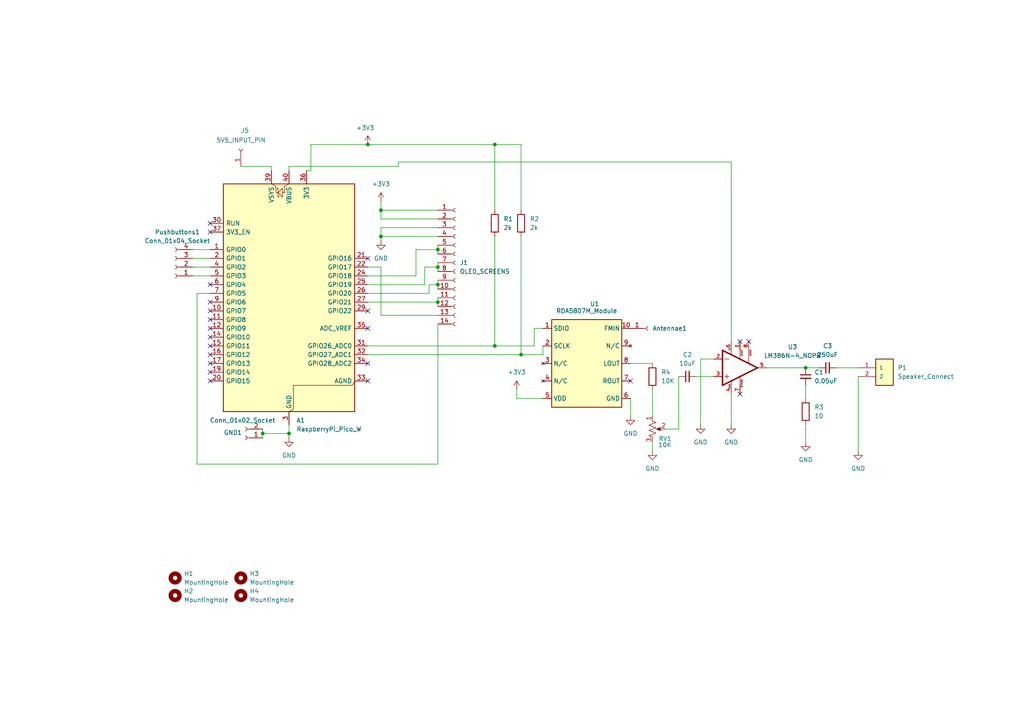
<source format=kicad_sch>
(kicad_sch
	(version 20250114)
	(generator "eeschema")
	(generator_version "9.0")
	(uuid "0a54db76-bb9e-423d-b01a-21ed60f1f2ab")
	(paper "A4")
	(lib_symbols
		(symbol "282837-2:282837-2"
			(pin_names
				(offset 1.016)
			)
			(exclude_from_sim no)
			(in_bom yes)
			(on_board yes)
			(property "Reference" "P"
				(at -2.5406 2.5438 0)
				(effects
					(font
						(size 1.27 1.27)
					)
					(justify left bottom)
				)
			)
			(property "Value" "282837-2"
				(at -2.5424 -6.3745 0)
				(effects
					(font
						(size 1.27 1.27)
					)
					(justify left bottom)
				)
			)
			(property "Footprint" "282837-2:TE_282837-2"
				(at 0 0 0)
				(effects
					(font
						(size 1.27 1.27)
					)
					(justify bottom)
					(hide yes)
				)
			)
			(property "Datasheet" ""
				(at 0 0 0)
				(effects
					(font
						(size 1.27 1.27)
					)
					(hide yes)
				)
			)
			(property "Description" "TERMINAL BLOCK 3.5MM 2POS PCB"
				(at 0 0 0)
				(effects
					(font
						(size 1.27 1.27)
					)
					(justify bottom)
					(hide yes)
				)
			)
			(property "Comment" "282837-2"
				(at 0 0 0)
				(effects
					(font
						(size 1.27 1.27)
					)
					(justify bottom)
					(hide yes)
				)
			)
			(property "MF" "TE Connectivity"
				(at 0 0 0)
				(effects
					(font
						(size 1.27 1.27)
					)
					(justify bottom)
					(hide yes)
				)
			)
			(property "PACKAGE" "None"
				(at 0 0 0)
				(effects
					(font
						(size 1.27 1.27)
					)
					(justify bottom)
					(hide yes)
				)
			)
			(property "PRICE" "0.28 USD"
				(at 0 0 0)
				(effects
					(font
						(size 1.27 1.27)
					)
					(justify bottom)
					(hide yes)
				)
			)
			(property "Package" "None"
				(at 0 0 0)
				(effects
					(font
						(size 1.27 1.27)
					)
					(justify bottom)
					(hide yes)
				)
			)
			(property "Check_prices" "https://www.snapeda.com/parts/282837-2/TE+Connectivity+AMP+Connectors/view-part/?ref=eda"
				(at 0 0 0)
				(effects
					(font
						(size 1.27 1.27)
					)
					(justify bottom)
					(hide yes)
				)
			)
			(property "Price" "None"
				(at 0 0 0)
				(effects
					(font
						(size 1.27 1.27)
					)
					(justify bottom)
					(hide yes)
				)
			)
			(property "PARTREV" "G3"
				(at 0 0 0)
				(effects
					(font
						(size 1.27 1.27)
					)
					(justify bottom)
					(hide yes)
				)
			)
			(property "SnapEDA_Link" "https://www.snapeda.com/parts/282837-2/TE+Connectivity+AMP+Connectors/view-part/?ref=snap"
				(at 0 0 0)
				(effects
					(font
						(size 1.27 1.27)
					)
					(justify bottom)
					(hide yes)
				)
			)
			(property "MP" "282837-2"
				(at 0 0 0)
				(effects
					(font
						(size 1.27 1.27)
					)
					(justify bottom)
					(hide yes)
				)
			)
			(property "Availability" "In Stock"
				(at 0 0 0)
				(effects
					(font
						(size 1.27 1.27)
					)
					(justify bottom)
					(hide yes)
				)
			)
			(property "AVAILABILITY" "Good"
				(at 0 0 0)
				(effects
					(font
						(size 1.27 1.27)
					)
					(justify bottom)
					(hide yes)
				)
			)
			(property "Description_1" "Terminal Block Connector Wire Receptacle 2 5.08 mm 30-16 AWG Green 13.5 A 250 V | TE Connectivity 282837-2"
				(at 0 0 0)
				(effects
					(font
						(size 1.27 1.27)
					)
					(justify bottom)
					(hide yes)
				)
			)
			(symbol "282837-2_0_0"
				(rectangle
					(start -2.54 -5.08)
					(end 2.54 2.54)
					(stroke
						(width 0.254)
						(type default)
					)
					(fill
						(type background)
					)
				)
				(pin passive line
					(at -7.62 0 0)
					(length 5.08)
					(name "1"
						(effects
							(font
								(size 1.016 1.016)
							)
						)
					)
					(number "1"
						(effects
							(font
								(size 1.016 1.016)
							)
						)
					)
				)
				(pin passive line
					(at -7.62 -2.54 0)
					(length 5.08)
					(name "2"
						(effects
							(font
								(size 1.016 1.016)
							)
						)
					)
					(number "2"
						(effects
							(font
								(size 1.016 1.016)
							)
						)
					)
				)
			)
			(embedded_fonts no)
		)
		(symbol "Connector:Conn_01x01_Socket"
			(pin_names
				(offset 1.016)
				(hide yes)
			)
			(exclude_from_sim no)
			(in_bom yes)
			(on_board yes)
			(property "Reference" "J"
				(at 0 2.54 0)
				(effects
					(font
						(size 1.27 1.27)
					)
				)
			)
			(property "Value" "Conn_01x01_Socket"
				(at 0 -2.54 0)
				(effects
					(font
						(size 1.27 1.27)
					)
				)
			)
			(property "Footprint" ""
				(at 0 0 0)
				(effects
					(font
						(size 1.27 1.27)
					)
					(hide yes)
				)
			)
			(property "Datasheet" "~"
				(at 0 0 0)
				(effects
					(font
						(size 1.27 1.27)
					)
					(hide yes)
				)
			)
			(property "Description" "Generic connector, single row, 01x01, script generated"
				(at 0 0 0)
				(effects
					(font
						(size 1.27 1.27)
					)
					(hide yes)
				)
			)
			(property "ki_locked" ""
				(at 0 0 0)
				(effects
					(font
						(size 1.27 1.27)
					)
				)
			)
			(property "ki_keywords" "connector"
				(at 0 0 0)
				(effects
					(font
						(size 1.27 1.27)
					)
					(hide yes)
				)
			)
			(property "ki_fp_filters" "Connector*:*_1x??_*"
				(at 0 0 0)
				(effects
					(font
						(size 1.27 1.27)
					)
					(hide yes)
				)
			)
			(symbol "Conn_01x01_Socket_1_1"
				(polyline
					(pts
						(xy -1.27 0) (xy -0.508 0)
					)
					(stroke
						(width 0.1524)
						(type default)
					)
					(fill
						(type none)
					)
				)
				(arc
					(start 0 -0.508)
					(mid -0.5058 0)
					(end 0 0.508)
					(stroke
						(width 0.1524)
						(type default)
					)
					(fill
						(type none)
					)
				)
				(pin passive line
					(at -5.08 0 0)
					(length 3.81)
					(name "Pin_1"
						(effects
							(font
								(size 1.27 1.27)
							)
						)
					)
					(number "1"
						(effects
							(font
								(size 1.27 1.27)
							)
						)
					)
				)
			)
			(embedded_fonts no)
		)
		(symbol "Connector:Conn_01x02_Socket"
			(pin_names
				(offset 1.016)
				(hide yes)
			)
			(exclude_from_sim no)
			(in_bom yes)
			(on_board yes)
			(property "Reference" "J"
				(at 0 2.54 0)
				(effects
					(font
						(size 1.27 1.27)
					)
				)
			)
			(property "Value" "Conn_01x02_Socket"
				(at 0 -5.08 0)
				(effects
					(font
						(size 1.27 1.27)
					)
				)
			)
			(property "Footprint" ""
				(at 0 0 0)
				(effects
					(font
						(size 1.27 1.27)
					)
					(hide yes)
				)
			)
			(property "Datasheet" "~"
				(at 0 0 0)
				(effects
					(font
						(size 1.27 1.27)
					)
					(hide yes)
				)
			)
			(property "Description" "Generic connector, single row, 01x02, script generated"
				(at 0 0 0)
				(effects
					(font
						(size 1.27 1.27)
					)
					(hide yes)
				)
			)
			(property "ki_locked" ""
				(at 0 0 0)
				(effects
					(font
						(size 1.27 1.27)
					)
				)
			)
			(property "ki_keywords" "connector"
				(at 0 0 0)
				(effects
					(font
						(size 1.27 1.27)
					)
					(hide yes)
				)
			)
			(property "ki_fp_filters" "Connector*:*_1x??_*"
				(at 0 0 0)
				(effects
					(font
						(size 1.27 1.27)
					)
					(hide yes)
				)
			)
			(symbol "Conn_01x02_Socket_1_1"
				(polyline
					(pts
						(xy -1.27 0) (xy -0.508 0)
					)
					(stroke
						(width 0.1524)
						(type default)
					)
					(fill
						(type none)
					)
				)
				(polyline
					(pts
						(xy -1.27 -2.54) (xy -0.508 -2.54)
					)
					(stroke
						(width 0.1524)
						(type default)
					)
					(fill
						(type none)
					)
				)
				(arc
					(start 0 -0.508)
					(mid -0.5058 0)
					(end 0 0.508)
					(stroke
						(width 0.1524)
						(type default)
					)
					(fill
						(type none)
					)
				)
				(arc
					(start 0 -3.048)
					(mid -0.5058 -2.54)
					(end 0 -2.032)
					(stroke
						(width 0.1524)
						(type default)
					)
					(fill
						(type none)
					)
				)
				(pin passive line
					(at -5.08 0 0)
					(length 3.81)
					(name "Pin_1"
						(effects
							(font
								(size 1.27 1.27)
							)
						)
					)
					(number "1"
						(effects
							(font
								(size 1.27 1.27)
							)
						)
					)
				)
				(pin passive line
					(at -5.08 -2.54 0)
					(length 3.81)
					(name "Pin_2"
						(effects
							(font
								(size 1.27 1.27)
							)
						)
					)
					(number "2"
						(effects
							(font
								(size 1.27 1.27)
							)
						)
					)
				)
			)
			(embedded_fonts no)
		)
		(symbol "Connector:Conn_01x04_Socket"
			(pin_names
				(offset 1.016)
				(hide yes)
			)
			(exclude_from_sim no)
			(in_bom yes)
			(on_board yes)
			(property "Reference" "J"
				(at 0 5.08 0)
				(effects
					(font
						(size 1.27 1.27)
					)
				)
			)
			(property "Value" "Conn_01x04_Socket"
				(at 0 -7.62 0)
				(effects
					(font
						(size 1.27 1.27)
					)
				)
			)
			(property "Footprint" ""
				(at 0 0 0)
				(effects
					(font
						(size 1.27 1.27)
					)
					(hide yes)
				)
			)
			(property "Datasheet" "~"
				(at 0 0 0)
				(effects
					(font
						(size 1.27 1.27)
					)
					(hide yes)
				)
			)
			(property "Description" "Generic connector, single row, 01x04, script generated"
				(at 0 0 0)
				(effects
					(font
						(size 1.27 1.27)
					)
					(hide yes)
				)
			)
			(property "ki_locked" ""
				(at 0 0 0)
				(effects
					(font
						(size 1.27 1.27)
					)
				)
			)
			(property "ki_keywords" "connector"
				(at 0 0 0)
				(effects
					(font
						(size 1.27 1.27)
					)
					(hide yes)
				)
			)
			(property "ki_fp_filters" "Connector*:*_1x??_*"
				(at 0 0 0)
				(effects
					(font
						(size 1.27 1.27)
					)
					(hide yes)
				)
			)
			(symbol "Conn_01x04_Socket_1_1"
				(polyline
					(pts
						(xy -1.27 2.54) (xy -0.508 2.54)
					)
					(stroke
						(width 0.1524)
						(type default)
					)
					(fill
						(type none)
					)
				)
				(polyline
					(pts
						(xy -1.27 0) (xy -0.508 0)
					)
					(stroke
						(width 0.1524)
						(type default)
					)
					(fill
						(type none)
					)
				)
				(polyline
					(pts
						(xy -1.27 -2.54) (xy -0.508 -2.54)
					)
					(stroke
						(width 0.1524)
						(type default)
					)
					(fill
						(type none)
					)
				)
				(polyline
					(pts
						(xy -1.27 -5.08) (xy -0.508 -5.08)
					)
					(stroke
						(width 0.1524)
						(type default)
					)
					(fill
						(type none)
					)
				)
				(arc
					(start 0 2.032)
					(mid -0.5058 2.54)
					(end 0 3.048)
					(stroke
						(width 0.1524)
						(type default)
					)
					(fill
						(type none)
					)
				)
				(arc
					(start 0 -0.508)
					(mid -0.5058 0)
					(end 0 0.508)
					(stroke
						(width 0.1524)
						(type default)
					)
					(fill
						(type none)
					)
				)
				(arc
					(start 0 -3.048)
					(mid -0.5058 -2.54)
					(end 0 -2.032)
					(stroke
						(width 0.1524)
						(type default)
					)
					(fill
						(type none)
					)
				)
				(arc
					(start 0 -5.588)
					(mid -0.5058 -5.08)
					(end 0 -4.572)
					(stroke
						(width 0.1524)
						(type default)
					)
					(fill
						(type none)
					)
				)
				(pin passive line
					(at -5.08 2.54 0)
					(length 3.81)
					(name "Pin_1"
						(effects
							(font
								(size 1.27 1.27)
							)
						)
					)
					(number "1"
						(effects
							(font
								(size 1.27 1.27)
							)
						)
					)
				)
				(pin passive line
					(at -5.08 0 0)
					(length 3.81)
					(name "Pin_2"
						(effects
							(font
								(size 1.27 1.27)
							)
						)
					)
					(number "2"
						(effects
							(font
								(size 1.27 1.27)
							)
						)
					)
				)
				(pin passive line
					(at -5.08 -2.54 0)
					(length 3.81)
					(name "Pin_3"
						(effects
							(font
								(size 1.27 1.27)
							)
						)
					)
					(number "3"
						(effects
							(font
								(size 1.27 1.27)
							)
						)
					)
				)
				(pin passive line
					(at -5.08 -5.08 0)
					(length 3.81)
					(name "Pin_4"
						(effects
							(font
								(size 1.27 1.27)
							)
						)
					)
					(number "4"
						(effects
							(font
								(size 1.27 1.27)
							)
						)
					)
				)
			)
			(embedded_fonts no)
		)
		(symbol "Connector:Conn_01x14_Socket"
			(pin_names
				(offset 1.016)
				(hide yes)
			)
			(exclude_from_sim no)
			(in_bom yes)
			(on_board yes)
			(property "Reference" "J"
				(at 0 17.78 0)
				(effects
					(font
						(size 1.27 1.27)
					)
				)
			)
			(property "Value" "Conn_01x14_Socket"
				(at 0 -20.32 0)
				(effects
					(font
						(size 1.27 1.27)
					)
				)
			)
			(property "Footprint" ""
				(at 0 0 0)
				(effects
					(font
						(size 1.27 1.27)
					)
					(hide yes)
				)
			)
			(property "Datasheet" "~"
				(at 0 0 0)
				(effects
					(font
						(size 1.27 1.27)
					)
					(hide yes)
				)
			)
			(property "Description" "Generic connector, single row, 01x14, script generated"
				(at 0 0 0)
				(effects
					(font
						(size 1.27 1.27)
					)
					(hide yes)
				)
			)
			(property "ki_locked" ""
				(at 0 0 0)
				(effects
					(font
						(size 1.27 1.27)
					)
				)
			)
			(property "ki_keywords" "connector"
				(at 0 0 0)
				(effects
					(font
						(size 1.27 1.27)
					)
					(hide yes)
				)
			)
			(property "ki_fp_filters" "Connector*:*_1x??_*"
				(at 0 0 0)
				(effects
					(font
						(size 1.27 1.27)
					)
					(hide yes)
				)
			)
			(symbol "Conn_01x14_Socket_1_1"
				(polyline
					(pts
						(xy -1.27 15.24) (xy -0.508 15.24)
					)
					(stroke
						(width 0.1524)
						(type default)
					)
					(fill
						(type none)
					)
				)
				(polyline
					(pts
						(xy -1.27 12.7) (xy -0.508 12.7)
					)
					(stroke
						(width 0.1524)
						(type default)
					)
					(fill
						(type none)
					)
				)
				(polyline
					(pts
						(xy -1.27 10.16) (xy -0.508 10.16)
					)
					(stroke
						(width 0.1524)
						(type default)
					)
					(fill
						(type none)
					)
				)
				(polyline
					(pts
						(xy -1.27 7.62) (xy -0.508 7.62)
					)
					(stroke
						(width 0.1524)
						(type default)
					)
					(fill
						(type none)
					)
				)
				(polyline
					(pts
						(xy -1.27 5.08) (xy -0.508 5.08)
					)
					(stroke
						(width 0.1524)
						(type default)
					)
					(fill
						(type none)
					)
				)
				(polyline
					(pts
						(xy -1.27 2.54) (xy -0.508 2.54)
					)
					(stroke
						(width 0.1524)
						(type default)
					)
					(fill
						(type none)
					)
				)
				(polyline
					(pts
						(xy -1.27 0) (xy -0.508 0)
					)
					(stroke
						(width 0.1524)
						(type default)
					)
					(fill
						(type none)
					)
				)
				(polyline
					(pts
						(xy -1.27 -2.54) (xy -0.508 -2.54)
					)
					(stroke
						(width 0.1524)
						(type default)
					)
					(fill
						(type none)
					)
				)
				(polyline
					(pts
						(xy -1.27 -5.08) (xy -0.508 -5.08)
					)
					(stroke
						(width 0.1524)
						(type default)
					)
					(fill
						(type none)
					)
				)
				(polyline
					(pts
						(xy -1.27 -7.62) (xy -0.508 -7.62)
					)
					(stroke
						(width 0.1524)
						(type default)
					)
					(fill
						(type none)
					)
				)
				(polyline
					(pts
						(xy -1.27 -10.16) (xy -0.508 -10.16)
					)
					(stroke
						(width 0.1524)
						(type default)
					)
					(fill
						(type none)
					)
				)
				(polyline
					(pts
						(xy -1.27 -12.7) (xy -0.508 -12.7)
					)
					(stroke
						(width 0.1524)
						(type default)
					)
					(fill
						(type none)
					)
				)
				(polyline
					(pts
						(xy -1.27 -15.24) (xy -0.508 -15.24)
					)
					(stroke
						(width 0.1524)
						(type default)
					)
					(fill
						(type none)
					)
				)
				(polyline
					(pts
						(xy -1.27 -17.78) (xy -0.508 -17.78)
					)
					(stroke
						(width 0.1524)
						(type default)
					)
					(fill
						(type none)
					)
				)
				(arc
					(start 0 14.732)
					(mid -0.5058 15.24)
					(end 0 15.748)
					(stroke
						(width 0.1524)
						(type default)
					)
					(fill
						(type none)
					)
				)
				(arc
					(start 0 12.192)
					(mid -0.5058 12.7)
					(end 0 13.208)
					(stroke
						(width 0.1524)
						(type default)
					)
					(fill
						(type none)
					)
				)
				(arc
					(start 0 9.652)
					(mid -0.5058 10.16)
					(end 0 10.668)
					(stroke
						(width 0.1524)
						(type default)
					)
					(fill
						(type none)
					)
				)
				(arc
					(start 0 7.112)
					(mid -0.5058 7.62)
					(end 0 8.128)
					(stroke
						(width 0.1524)
						(type default)
					)
					(fill
						(type none)
					)
				)
				(arc
					(start 0 4.572)
					(mid -0.5058 5.08)
					(end 0 5.588)
					(stroke
						(width 0.1524)
						(type default)
					)
					(fill
						(type none)
					)
				)
				(arc
					(start 0 2.032)
					(mid -0.5058 2.54)
					(end 0 3.048)
					(stroke
						(width 0.1524)
						(type default)
					)
					(fill
						(type none)
					)
				)
				(arc
					(start 0 -0.508)
					(mid -0.5058 0)
					(end 0 0.508)
					(stroke
						(width 0.1524)
						(type default)
					)
					(fill
						(type none)
					)
				)
				(arc
					(start 0 -3.048)
					(mid -0.5058 -2.54)
					(end 0 -2.032)
					(stroke
						(width 0.1524)
						(type default)
					)
					(fill
						(type none)
					)
				)
				(arc
					(start 0 -5.588)
					(mid -0.5058 -5.08)
					(end 0 -4.572)
					(stroke
						(width 0.1524)
						(type default)
					)
					(fill
						(type none)
					)
				)
				(arc
					(start 0 -8.128)
					(mid -0.5058 -7.62)
					(end 0 -7.112)
					(stroke
						(width 0.1524)
						(type default)
					)
					(fill
						(type none)
					)
				)
				(arc
					(start 0 -10.668)
					(mid -0.5058 -10.16)
					(end 0 -9.652)
					(stroke
						(width 0.1524)
						(type default)
					)
					(fill
						(type none)
					)
				)
				(arc
					(start 0 -13.208)
					(mid -0.5058 -12.7)
					(end 0 -12.192)
					(stroke
						(width 0.1524)
						(type default)
					)
					(fill
						(type none)
					)
				)
				(arc
					(start 0 -15.748)
					(mid -0.5058 -15.24)
					(end 0 -14.732)
					(stroke
						(width 0.1524)
						(type default)
					)
					(fill
						(type none)
					)
				)
				(arc
					(start 0 -18.288)
					(mid -0.5058 -17.78)
					(end 0 -17.272)
					(stroke
						(width 0.1524)
						(type default)
					)
					(fill
						(type none)
					)
				)
				(pin passive line
					(at -5.08 15.24 0)
					(length 3.81)
					(name "Pin_1"
						(effects
							(font
								(size 1.27 1.27)
							)
						)
					)
					(number "1"
						(effects
							(font
								(size 1.27 1.27)
							)
						)
					)
				)
				(pin passive line
					(at -5.08 12.7 0)
					(length 3.81)
					(name "Pin_2"
						(effects
							(font
								(size 1.27 1.27)
							)
						)
					)
					(number "2"
						(effects
							(font
								(size 1.27 1.27)
							)
						)
					)
				)
				(pin passive line
					(at -5.08 10.16 0)
					(length 3.81)
					(name "Pin_3"
						(effects
							(font
								(size 1.27 1.27)
							)
						)
					)
					(number "3"
						(effects
							(font
								(size 1.27 1.27)
							)
						)
					)
				)
				(pin passive line
					(at -5.08 7.62 0)
					(length 3.81)
					(name "Pin_4"
						(effects
							(font
								(size 1.27 1.27)
							)
						)
					)
					(number "4"
						(effects
							(font
								(size 1.27 1.27)
							)
						)
					)
				)
				(pin passive line
					(at -5.08 5.08 0)
					(length 3.81)
					(name "Pin_5"
						(effects
							(font
								(size 1.27 1.27)
							)
						)
					)
					(number "5"
						(effects
							(font
								(size 1.27 1.27)
							)
						)
					)
				)
				(pin passive line
					(at -5.08 2.54 0)
					(length 3.81)
					(name "Pin_6"
						(effects
							(font
								(size 1.27 1.27)
							)
						)
					)
					(number "6"
						(effects
							(font
								(size 1.27 1.27)
							)
						)
					)
				)
				(pin passive line
					(at -5.08 0 0)
					(length 3.81)
					(name "Pin_7"
						(effects
							(font
								(size 1.27 1.27)
							)
						)
					)
					(number "7"
						(effects
							(font
								(size 1.27 1.27)
							)
						)
					)
				)
				(pin passive line
					(at -5.08 -2.54 0)
					(length 3.81)
					(name "Pin_8"
						(effects
							(font
								(size 1.27 1.27)
							)
						)
					)
					(number "8"
						(effects
							(font
								(size 1.27 1.27)
							)
						)
					)
				)
				(pin passive line
					(at -5.08 -5.08 0)
					(length 3.81)
					(name "Pin_9"
						(effects
							(font
								(size 1.27 1.27)
							)
						)
					)
					(number "9"
						(effects
							(font
								(size 1.27 1.27)
							)
						)
					)
				)
				(pin passive line
					(at -5.08 -7.62 0)
					(length 3.81)
					(name "Pin_10"
						(effects
							(font
								(size 1.27 1.27)
							)
						)
					)
					(number "10"
						(effects
							(font
								(size 1.27 1.27)
							)
						)
					)
				)
				(pin passive line
					(at -5.08 -10.16 0)
					(length 3.81)
					(name "Pin_11"
						(effects
							(font
								(size 1.27 1.27)
							)
						)
					)
					(number "11"
						(effects
							(font
								(size 1.27 1.27)
							)
						)
					)
				)
				(pin passive line
					(at -5.08 -12.7 0)
					(length 3.81)
					(name "Pin_12"
						(effects
							(font
								(size 1.27 1.27)
							)
						)
					)
					(number "12"
						(effects
							(font
								(size 1.27 1.27)
							)
						)
					)
				)
				(pin passive line
					(at -5.08 -15.24 0)
					(length 3.81)
					(name "Pin_13"
						(effects
							(font
								(size 1.27 1.27)
							)
						)
					)
					(number "13"
						(effects
							(font
								(size 1.27 1.27)
							)
						)
					)
				)
				(pin passive line
					(at -5.08 -17.78 0)
					(length 3.81)
					(name "Pin_14"
						(effects
							(font
								(size 1.27 1.27)
							)
						)
					)
					(number "14"
						(effects
							(font
								(size 1.27 1.27)
							)
						)
					)
				)
			)
			(embedded_fonts no)
		)
		(symbol "Device:C_Small"
			(pin_numbers
				(hide yes)
			)
			(pin_names
				(offset 0.254)
				(hide yes)
			)
			(exclude_from_sim no)
			(in_bom yes)
			(on_board yes)
			(property "Reference" "C"
				(at 0.254 1.778 0)
				(effects
					(font
						(size 1.27 1.27)
					)
					(justify left)
				)
			)
			(property "Value" "C_Small"
				(at 0.254 -2.032 0)
				(effects
					(font
						(size 1.27 1.27)
					)
					(justify left)
				)
			)
			(property "Footprint" ""
				(at 0 0 0)
				(effects
					(font
						(size 1.27 1.27)
					)
					(hide yes)
				)
			)
			(property "Datasheet" "~"
				(at 0 0 0)
				(effects
					(font
						(size 1.27 1.27)
					)
					(hide yes)
				)
			)
			(property "Description" "Unpolarized capacitor, small symbol"
				(at 0 0 0)
				(effects
					(font
						(size 1.27 1.27)
					)
					(hide yes)
				)
			)
			(property "ki_keywords" "capacitor cap"
				(at 0 0 0)
				(effects
					(font
						(size 1.27 1.27)
					)
					(hide yes)
				)
			)
			(property "ki_fp_filters" "C_*"
				(at 0 0 0)
				(effects
					(font
						(size 1.27 1.27)
					)
					(hide yes)
				)
			)
			(symbol "C_Small_0_1"
				(polyline
					(pts
						(xy -1.524 0.508) (xy 1.524 0.508)
					)
					(stroke
						(width 0.3048)
						(type default)
					)
					(fill
						(type none)
					)
				)
				(polyline
					(pts
						(xy -1.524 -0.508) (xy 1.524 -0.508)
					)
					(stroke
						(width 0.3302)
						(type default)
					)
					(fill
						(type none)
					)
				)
			)
			(symbol "C_Small_1_1"
				(pin passive line
					(at 0 2.54 270)
					(length 2.032)
					(name "~"
						(effects
							(font
								(size 1.27 1.27)
							)
						)
					)
					(number "1"
						(effects
							(font
								(size 1.27 1.27)
							)
						)
					)
				)
				(pin passive line
					(at 0 -2.54 90)
					(length 2.032)
					(name "~"
						(effects
							(font
								(size 1.27 1.27)
							)
						)
					)
					(number "2"
						(effects
							(font
								(size 1.27 1.27)
							)
						)
					)
				)
			)
			(embedded_fonts no)
		)
		(symbol "Device:R"
			(pin_numbers
				(hide yes)
			)
			(pin_names
				(offset 0)
			)
			(exclude_from_sim no)
			(in_bom yes)
			(on_board yes)
			(property "Reference" "R"
				(at 2.032 0 90)
				(effects
					(font
						(size 1.27 1.27)
					)
				)
			)
			(property "Value" "R"
				(at 0 0 90)
				(effects
					(font
						(size 1.27 1.27)
					)
				)
			)
			(property "Footprint" ""
				(at -1.778 0 90)
				(effects
					(font
						(size 1.27 1.27)
					)
					(hide yes)
				)
			)
			(property "Datasheet" "~"
				(at 0 0 0)
				(effects
					(font
						(size 1.27 1.27)
					)
					(hide yes)
				)
			)
			(property "Description" "Resistor"
				(at 0 0 0)
				(effects
					(font
						(size 1.27 1.27)
					)
					(hide yes)
				)
			)
			(property "ki_keywords" "R res resistor"
				(at 0 0 0)
				(effects
					(font
						(size 1.27 1.27)
					)
					(hide yes)
				)
			)
			(property "ki_fp_filters" "R_*"
				(at 0 0 0)
				(effects
					(font
						(size 1.27 1.27)
					)
					(hide yes)
				)
			)
			(symbol "R_0_1"
				(rectangle
					(start -1.016 -2.54)
					(end 1.016 2.54)
					(stroke
						(width 0.254)
						(type default)
					)
					(fill
						(type none)
					)
				)
			)
			(symbol "R_1_1"
				(pin passive line
					(at 0 3.81 270)
					(length 1.27)
					(name "~"
						(effects
							(font
								(size 1.27 1.27)
							)
						)
					)
					(number "1"
						(effects
							(font
								(size 1.27 1.27)
							)
						)
					)
				)
				(pin passive line
					(at 0 -3.81 90)
					(length 1.27)
					(name "~"
						(effects
							(font
								(size 1.27 1.27)
							)
						)
					)
					(number "2"
						(effects
							(font
								(size 1.27 1.27)
							)
						)
					)
				)
			)
			(embedded_fonts no)
		)
		(symbol "Device:R_Potentiometer_US"
			(pin_names
				(offset 1.016)
				(hide yes)
			)
			(exclude_from_sim no)
			(in_bom yes)
			(on_board yes)
			(property "Reference" "RV"
				(at -4.445 0 90)
				(effects
					(font
						(size 1.27 1.27)
					)
				)
			)
			(property "Value" "R_Potentiometer_US"
				(at -2.54 0 90)
				(effects
					(font
						(size 1.27 1.27)
					)
				)
			)
			(property "Footprint" ""
				(at 0 0 0)
				(effects
					(font
						(size 1.27 1.27)
					)
					(hide yes)
				)
			)
			(property "Datasheet" "~"
				(at 0 0 0)
				(effects
					(font
						(size 1.27 1.27)
					)
					(hide yes)
				)
			)
			(property "Description" "Potentiometer, US symbol"
				(at 0 0 0)
				(effects
					(font
						(size 1.27 1.27)
					)
					(hide yes)
				)
			)
			(property "ki_keywords" "resistor variable"
				(at 0 0 0)
				(effects
					(font
						(size 1.27 1.27)
					)
					(hide yes)
				)
			)
			(property "ki_fp_filters" "Potentiometer*"
				(at 0 0 0)
				(effects
					(font
						(size 1.27 1.27)
					)
					(hide yes)
				)
			)
			(symbol "R_Potentiometer_US_0_1"
				(polyline
					(pts
						(xy 0 2.54) (xy 0 2.286)
					)
					(stroke
						(width 0)
						(type default)
					)
					(fill
						(type none)
					)
				)
				(polyline
					(pts
						(xy 0 2.286) (xy 1.016 1.905) (xy 0 1.524) (xy -1.016 1.143) (xy 0 0.762)
					)
					(stroke
						(width 0)
						(type default)
					)
					(fill
						(type none)
					)
				)
				(polyline
					(pts
						(xy 0 0.762) (xy 1.016 0.381) (xy 0 0) (xy -1.016 -0.381) (xy 0 -0.762)
					)
					(stroke
						(width 0)
						(type default)
					)
					(fill
						(type none)
					)
				)
				(polyline
					(pts
						(xy 0 -0.762) (xy 1.016 -1.143) (xy 0 -1.524) (xy -1.016 -1.905) (xy 0 -2.286)
					)
					(stroke
						(width 0)
						(type default)
					)
					(fill
						(type none)
					)
				)
				(polyline
					(pts
						(xy 0 -2.286) (xy 0 -2.54)
					)
					(stroke
						(width 0)
						(type default)
					)
					(fill
						(type none)
					)
				)
				(polyline
					(pts
						(xy 1.143 0) (xy 2.286 0.508) (xy 2.286 -0.508) (xy 1.143 0)
					)
					(stroke
						(width 0)
						(type default)
					)
					(fill
						(type outline)
					)
				)
				(polyline
					(pts
						(xy 2.54 0) (xy 1.524 0)
					)
					(stroke
						(width 0)
						(type default)
					)
					(fill
						(type none)
					)
				)
			)
			(symbol "R_Potentiometer_US_1_1"
				(pin passive line
					(at 0 3.81 270)
					(length 1.27)
					(name "1"
						(effects
							(font
								(size 1.27 1.27)
							)
						)
					)
					(number "1"
						(effects
							(font
								(size 1.27 1.27)
							)
						)
					)
				)
				(pin passive line
					(at 0 -3.81 90)
					(length 1.27)
					(name "3"
						(effects
							(font
								(size 1.27 1.27)
							)
						)
					)
					(number "3"
						(effects
							(font
								(size 1.27 1.27)
							)
						)
					)
				)
				(pin passive line
					(at 3.81 0 180)
					(length 1.27)
					(name "2"
						(effects
							(font
								(size 1.27 1.27)
							)
						)
					)
					(number "2"
						(effects
							(font
								(size 1.27 1.27)
							)
						)
					)
				)
			)
			(embedded_fonts no)
		)
		(symbol "ECE:RDA5807M_Module"
			(exclude_from_sim no)
			(in_bom yes)
			(on_board yes)
			(property "Reference" "U"
				(at -8.89 16.51 0)
				(effects
					(font
						(size 1.27 1.27)
					)
					(justify left)
				)
			)
			(property "Value" "RDA5807M_Module"
				(at -8.89 13.97 0)
				(effects
					(font
						(size 1.27 1.27)
					)
					(justify left)
				)
			)
			(property "Footprint" "ECE:RDA5807M_Module_TH"
				(at 0 1.27 0)
				(effects
					(font
						(size 1.27 1.27)
					)
					(hide yes)
				)
			)
			(property "Datasheet" ""
				(at 0 1.27 0)
				(effects
					(font
						(size 1.27 1.27)
					)
					(hide yes)
				)
			)
			(property "Description" ""
				(at 0 0 0)
				(effects
					(font
						(size 1.27 1.27)
					)
					(hide yes)
				)
			)
			(property "ki_fp_filters" "RDA5807M_Module_SM RDA5807M_Module_TH"
				(at 0 0 0)
				(effects
					(font
						(size 1.27 1.27)
					)
					(hide yes)
				)
			)
			(symbol "RDA5807M_Module_0_1"
				(rectangle
					(start -10.16 12.7)
					(end 10.16 -12.7)
					(stroke
						(width 0.254)
						(type default)
					)
					(fill
						(type background)
					)
				)
			)
			(symbol "RDA5807M_Module_1_1"
				(pin bidirectional line
					(at -12.7 10.16 0)
					(length 2.54)
					(name "SDIO"
						(effects
							(font
								(size 1.27 1.27)
							)
						)
					)
					(number "1"
						(effects
							(font
								(size 1.27 1.27)
							)
						)
					)
				)
				(pin input line
					(at -12.7 5.08 0)
					(length 2.54)
					(name "SCLK"
						(effects
							(font
								(size 1.27 1.27)
							)
						)
					)
					(number "2"
						(effects
							(font
								(size 1.27 1.27)
							)
						)
					)
				)
				(pin no_connect line
					(at -12.7 0 0)
					(length 2.54)
					(name "N/C"
						(effects
							(font
								(size 1.27 1.27)
							)
						)
					)
					(number "3"
						(effects
							(font
								(size 1.27 1.27)
							)
						)
					)
				)
				(pin no_connect line
					(at -12.7 -5.08 0)
					(length 2.54)
					(name "N/C"
						(effects
							(font
								(size 1.27 1.27)
							)
						)
					)
					(number "4"
						(effects
							(font
								(size 1.27 1.27)
							)
						)
					)
				)
				(pin power_in line
					(at -12.7 -10.16 0)
					(length 2.54)
					(name "VDD"
						(effects
							(font
								(size 1.27 1.27)
							)
						)
					)
					(number "5"
						(effects
							(font
								(size 1.27 1.27)
							)
						)
					)
				)
				(pin input line
					(at 12.7 10.16 180)
					(length 2.54)
					(name "FMIN"
						(effects
							(font
								(size 1.27 1.27)
							)
						)
					)
					(number "10"
						(effects
							(font
								(size 1.27 1.27)
							)
						)
					)
				)
				(pin no_connect line
					(at 12.7 5.08 180)
					(length 2.54)
					(name "N/C"
						(effects
							(font
								(size 1.27 1.27)
							)
						)
					)
					(number "9"
						(effects
							(font
								(size 1.27 1.27)
							)
						)
					)
				)
				(pin output line
					(at 12.7 0 180)
					(length 2.54)
					(name "LOUT"
						(effects
							(font
								(size 1.27 1.27)
							)
						)
					)
					(number "8"
						(effects
							(font
								(size 1.27 1.27)
							)
						)
					)
				)
				(pin output line
					(at 12.7 -5.08 180)
					(length 2.54)
					(name "ROUT"
						(effects
							(font
								(size 1.27 1.27)
							)
						)
					)
					(number "7"
						(effects
							(font
								(size 1.27 1.27)
							)
						)
					)
				)
				(pin power_in line
					(at 12.7 -10.16 180)
					(length 2.54)
					(name "GND"
						(effects
							(font
								(size 1.27 1.27)
							)
						)
					)
					(number "6"
						(effects
							(font
								(size 1.27 1.27)
							)
						)
					)
				)
			)
			(embedded_fonts no)
		)
		(symbol "LM386N-4_NOPB:LM386N-4_NOPB"
			(pin_names
				(offset 1.016)
			)
			(exclude_from_sim no)
			(in_bom yes)
			(on_board yes)
			(property "Reference" "U"
				(at -15.24 10.16 0)
				(effects
					(font
						(size 1.27 1.27)
					)
					(justify left bottom)
				)
			)
			(property "Value" "LM386N-4_NOPB"
				(at -15.24 7.62 0)
				(effects
					(font
						(size 1.27 1.27)
					)
					(justify left bottom)
				)
			)
			(property "Footprint" "LM386N-4_NOPB:DIP794W45P254L1016H508Q8"
				(at 0 0 0)
				(effects
					(font
						(size 1.27 1.27)
					)
					(justify bottom)
					(hide yes)
				)
			)
			(property "Datasheet" ""
				(at 0 0 0)
				(effects
					(font
						(size 1.27 1.27)
					)
					(hide yes)
				)
			)
			(property "Description" ""
				(at 0 0 0)
				(effects
					(font
						(size 1.27 1.27)
					)
					(hide yes)
				)
			)
			(property "PARTREV" "C"
				(at 0 0 0)
				(effects
					(font
						(size 1.27 1.27)
					)
					(justify bottom)
					(hide yes)
				)
			)
			(property "MANUFACTURER" "TEXAS INSTRUMENTS"
				(at 0 0 0)
				(effects
					(font
						(size 1.27 1.27)
					)
					(justify bottom)
					(hide yes)
				)
			)
			(property "STANDARD" "IPC 7351B"
				(at 0 0 0)
				(effects
					(font
						(size 1.27 1.27)
					)
					(justify bottom)
					(hide yes)
				)
			)
			(symbol "LM386N-4_NOPB_0_0"
				(polyline
					(pts
						(xy -5.08 5.08) (xy -5.08 -5.08)
					)
					(stroke
						(width 0.4064)
						(type default)
					)
					(fill
						(type none)
					)
				)
				(polyline
					(pts
						(xy -5.08 -5.08) (xy -2.54 -3.81)
					)
					(stroke
						(width 0.4064)
						(type default)
					)
					(fill
						(type none)
					)
				)
				(polyline
					(pts
						(xy -4.445 2.54) (xy -3.175 2.54)
					)
					(stroke
						(width 0.1524)
						(type default)
					)
					(fill
						(type none)
					)
				)
				(polyline
					(pts
						(xy -4.445 -2.54) (xy -3.175 -2.54)
					)
					(stroke
						(width 0.1524)
						(type default)
					)
					(fill
						(type none)
					)
				)
				(polyline
					(pts
						(xy -3.81 -1.905) (xy -3.81 -3.175)
					)
					(stroke
						(width 0.1524)
						(type default)
					)
					(fill
						(type none)
					)
				)
				(polyline
					(pts
						(xy -2.54 5.08) (xy -2.54 3.81)
					)
					(stroke
						(width 0.1524)
						(type default)
					)
					(fill
						(type none)
					)
				)
				(polyline
					(pts
						(xy -2.54 3.81) (xy -5.08 5.08)
					)
					(stroke
						(width 0.4064)
						(type default)
					)
					(fill
						(type none)
					)
				)
				(polyline
					(pts
						(xy -2.54 -3.81) (xy 0 -2.54)
					)
					(stroke
						(width 0.4064)
						(type default)
					)
					(fill
						(type none)
					)
				)
				(polyline
					(pts
						(xy -2.54 -5.08) (xy -2.54 -3.81)
					)
					(stroke
						(width 0.1524)
						(type default)
					)
					(fill
						(type none)
					)
				)
				(polyline
					(pts
						(xy 0 5.08) (xy 0 2.54)
					)
					(stroke
						(width 0.1524)
						(type default)
					)
					(fill
						(type none)
					)
				)
				(polyline
					(pts
						(xy 0 2.54) (xy -2.54 3.81)
					)
					(stroke
						(width 0.4064)
						(type default)
					)
					(fill
						(type none)
					)
				)
				(polyline
					(pts
						(xy 0 -2.54) (xy 5.08 0)
					)
					(stroke
						(width 0.4064)
						(type default)
					)
					(fill
						(type none)
					)
				)
				(polyline
					(pts
						(xy 0 -5.08) (xy 0 -2.54)
					)
					(stroke
						(width 0.1524)
						(type default)
					)
					(fill
						(type none)
					)
				)
				(polyline
					(pts
						(xy 2.54 5.08) (xy 2.54 1.27)
					)
					(stroke
						(width 0.1524)
						(type default)
					)
					(fill
						(type none)
					)
				)
				(polyline
					(pts
						(xy 2.54 1.27) (xy 0 2.54)
					)
					(stroke
						(width 0.4064)
						(type default)
					)
					(fill
						(type none)
					)
				)
				(polyline
					(pts
						(xy 5.08 0) (xy 2.54 1.27)
					)
					(stroke
						(width 0.4064)
						(type default)
					)
					(fill
						(type none)
					)
				)
				(text "VS"
					(at -2.794 4.953 900)
					(effects
						(font
							(size 0.4064 0.4064)
						)
						(justify left bottom)
					)
				)
				(text "GND"
					(at -2.794 -5.969 900)
					(effects
						(font
							(size 0.4064 0.4064)
						)
						(justify left bottom)
					)
				)
				(text "GAIN1"
					(at 0.762 3.429 900)
					(effects
						(font
							(size 0.4064 0.4064)
						)
						(justify left bottom)
					)
				)
				(text "BYPASS"
					(at 0.762 -5.715 900)
					(effects
						(font
							(size 0.4064 0.4064)
						)
						(justify left bottom)
					)
				)
				(text "GAIN2"
					(at 3.302 3.429 900)
					(effects
						(font
							(size 0.4064 0.4064)
						)
						(justify left bottom)
					)
				)
				(pin input line
					(at -7.62 2.54 0)
					(length 2.54)
					(name "~"
						(effects
							(font
								(size 1.016 1.016)
							)
						)
					)
					(number "2"
						(effects
							(font
								(size 1.016 1.016)
							)
						)
					)
				)
				(pin input line
					(at -7.62 -2.54 0)
					(length 2.54)
					(name "~"
						(effects
							(font
								(size 1.016 1.016)
							)
						)
					)
					(number "3"
						(effects
							(font
								(size 1.016 1.016)
							)
						)
					)
				)
				(pin power_in line
					(at -2.54 7.62 270)
					(length 2.54)
					(name "~"
						(effects
							(font
								(size 1.016 1.016)
							)
						)
					)
					(number "6"
						(effects
							(font
								(size 1.016 1.016)
							)
						)
					)
				)
				(pin power_in line
					(at -2.54 -7.62 90)
					(length 2.54)
					(name "~"
						(effects
							(font
								(size 1.016 1.016)
							)
						)
					)
					(number "4"
						(effects
							(font
								(size 1.016 1.016)
							)
						)
					)
				)
				(pin passive line
					(at 0 7.62 270)
					(length 2.54)
					(name "~"
						(effects
							(font
								(size 1.016 1.016)
							)
						)
					)
					(number "1"
						(effects
							(font
								(size 1.016 1.016)
							)
						)
					)
				)
				(pin output line
					(at 0 -7.62 90)
					(length 2.54)
					(name "~"
						(effects
							(font
								(size 1.016 1.016)
							)
						)
					)
					(number "7"
						(effects
							(font
								(size 1.016 1.016)
							)
						)
					)
				)
				(pin passive line
					(at 2.54 7.62 270)
					(length 2.54)
					(name "~"
						(effects
							(font
								(size 1.016 1.016)
							)
						)
					)
					(number "8"
						(effects
							(font
								(size 1.016 1.016)
							)
						)
					)
				)
				(pin output line
					(at 7.62 0 180)
					(length 2.54)
					(name "~"
						(effects
							(font
								(size 1.016 1.016)
							)
						)
					)
					(number "5"
						(effects
							(font
								(size 1.016 1.016)
							)
						)
					)
				)
			)
			(embedded_fonts no)
		)
		(symbol "MCU_Module:RaspberryPi_Pico_W"
			(pin_names
				(offset 0.762)
			)
			(exclude_from_sim no)
			(in_bom yes)
			(on_board yes)
			(property "Reference" "A"
				(at -19.05 35.56 0)
				(effects
					(font
						(size 1.27 1.27)
					)
					(justify left)
				)
			)
			(property "Value" "RaspberryPi_Pico_W"
				(at 7.62 35.56 0)
				(effects
					(font
						(size 1.27 1.27)
					)
					(justify left)
				)
			)
			(property "Footprint" "Module:RaspberryPi_Pico_W_SMD_HandSolder"
				(at 0 -46.99 0)
				(effects
					(font
						(size 1.27 1.27)
					)
					(hide yes)
				)
			)
			(property "Datasheet" "https://datasheets.raspberrypi.com/picow/pico-w-datasheet.pdf"
				(at 0 -49.53 0)
				(effects
					(font
						(size 1.27 1.27)
					)
					(hide yes)
				)
			)
			(property "Description" "Versatile and inexpensive wireless microcontroller module powered by RP2040 dual-core Arm Cortex-M0+ processor up to 133 MHz, 264kB SRAM, 2MB QSPI flash, Infineon CYW43439 2.4GHz 802.11n wireless LAN; also supports Raspberry Pi Pico 2 W"
				(at 0 -52.07 0)
				(effects
					(font
						(size 1.27 1.27)
					)
					(hide yes)
				)
			)
			(property "ki_keywords" "RP2350A M33 RISC-V Hazard3 usb wifi bluetooth"
				(at 0 0 0)
				(effects
					(font
						(size 1.27 1.27)
					)
					(hide yes)
				)
			)
			(property "ki_fp_filters" "RaspberryPi?Pico?Common* RaspberryPi?Pico?W?SMD*"
				(at 0 0 0)
				(effects
					(font
						(size 1.27 1.27)
					)
					(hide yes)
				)
			)
			(symbol "RaspberryPi_Pico_W_0_1"
				(rectangle
					(start -19.05 34.29)
					(end 19.05 -31.75)
					(stroke
						(width 0.254)
						(type default)
					)
					(fill
						(type background)
					)
				)
				(polyline
					(pts
						(xy -5.08 34.29) (xy -3.81 33.655) (xy -3.81 31.75) (xy -3.175 31.75)
					)
					(stroke
						(width 0)
						(type default)
					)
					(fill
						(type none)
					)
				)
				(polyline
					(pts
						(xy -3.429 32.766) (xy -3.429 33.02) (xy -3.175 33.02) (xy -3.175 30.48) (xy -2.921 30.48) (xy -2.921 30.734)
					)
					(stroke
						(width 0)
						(type default)
					)
					(fill
						(type none)
					)
				)
				(polyline
					(pts
						(xy -3.175 31.75) (xy -1.905 33.02) (xy -1.905 30.48) (xy -3.175 31.75)
					)
					(stroke
						(width 0)
						(type default)
					)
					(fill
						(type none)
					)
				)
				(polyline
					(pts
						(xy 0 34.29) (xy -1.27 33.655) (xy -1.27 31.75) (xy -1.905 31.75)
					)
					(stroke
						(width 0)
						(type default)
					)
					(fill
						(type none)
					)
				)
				(polyline
					(pts
						(xy 0 -31.75) (xy 1.27 -31.115) (xy 1.27 -24.13) (xy 18.415 -24.13) (xy 19.05 -22.86)
					)
					(stroke
						(width 0)
						(type default)
					)
					(fill
						(type none)
					)
				)
			)
			(symbol "RaspberryPi_Pico_W_1_1"
				(pin passive line
					(at -22.86 22.86 0)
					(length 3.81)
					(name "RUN"
						(effects
							(font
								(size 1.27 1.27)
							)
						)
					)
					(number "30"
						(effects
							(font
								(size 1.27 1.27)
							)
						)
					)
					(alternate "~{RESET}" passive line)
				)
				(pin passive line
					(at -22.86 20.32 0)
					(length 3.81)
					(name "3V3_EN"
						(effects
							(font
								(size 1.27 1.27)
							)
						)
					)
					(number "37"
						(effects
							(font
								(size 1.27 1.27)
							)
						)
					)
					(alternate "~{3V3_DISABLE}" passive line)
				)
				(pin bidirectional line
					(at -22.86 15.24 0)
					(length 3.81)
					(name "GPIO0"
						(effects
							(font
								(size 1.27 1.27)
							)
						)
					)
					(number "1"
						(effects
							(font
								(size 1.27 1.27)
							)
						)
					)
					(alternate "I2C0_SDA" bidirectional line)
					(alternate "PWM0_A" output line)
					(alternate "SPI0_RX" input line)
					(alternate "UART0_TX" output line)
					(alternate "USB_OVCUR_DET" input line)
				)
				(pin bidirectional line
					(at -22.86 12.7 0)
					(length 3.81)
					(name "GPIO1"
						(effects
							(font
								(size 1.27 1.27)
							)
						)
					)
					(number "2"
						(effects
							(font
								(size 1.27 1.27)
							)
						)
					)
					(alternate "I2C0_SCL" bidirectional clock)
					(alternate "PWM0_B" bidirectional line)
					(alternate "UART0_RX" input line)
					(alternate "USB_VBUS_DET" passive line)
					(alternate "~{SPI0_CSn}" bidirectional line)
				)
				(pin bidirectional line
					(at -22.86 10.16 0)
					(length 3.81)
					(name "GPIO2"
						(effects
							(font
								(size 1.27 1.27)
							)
						)
					)
					(number "4"
						(effects
							(font
								(size 1.27 1.27)
							)
						)
					)
					(alternate "I2C1_SDA" bidirectional line)
					(alternate "PWM1_A" output line)
					(alternate "SPI0_SCK" bidirectional clock)
					(alternate "UART0_CTS" input line)
					(alternate "USB_VBUS_EN" output line)
				)
				(pin bidirectional line
					(at -22.86 7.62 0)
					(length 3.81)
					(name "GPIO3"
						(effects
							(font
								(size 1.27 1.27)
							)
						)
					)
					(number "5"
						(effects
							(font
								(size 1.27 1.27)
							)
						)
					)
					(alternate "I2C1_SCL" bidirectional clock)
					(alternate "PWM1_B" bidirectional line)
					(alternate "SPI0_TX" output line)
					(alternate "UART0_RTS" output line)
					(alternate "USB_OVCUR_DET" input line)
				)
				(pin bidirectional line
					(at -22.86 5.08 0)
					(length 3.81)
					(name "GPIO4"
						(effects
							(font
								(size 1.27 1.27)
							)
						)
					)
					(number "6"
						(effects
							(font
								(size 1.27 1.27)
							)
						)
					)
					(alternate "I2C0_SDA" bidirectional line)
					(alternate "PWM2_A" output line)
					(alternate "SPI0_RX" input line)
					(alternate "UART1_TX" output line)
					(alternate "USB_VBUS_DET" input line)
				)
				(pin bidirectional line
					(at -22.86 2.54 0)
					(length 3.81)
					(name "GPIO5"
						(effects
							(font
								(size 1.27 1.27)
							)
						)
					)
					(number "7"
						(effects
							(font
								(size 1.27 1.27)
							)
						)
					)
					(alternate "I2C0_SCL" bidirectional clock)
					(alternate "PWM2_B" bidirectional line)
					(alternate "UART1_RX" input line)
					(alternate "USB_VBUS_EN" output line)
					(alternate "~{SPI0_CSn}" bidirectional line)
				)
				(pin bidirectional line
					(at -22.86 0 0)
					(length 3.81)
					(name "GPIO6"
						(effects
							(font
								(size 1.27 1.27)
							)
						)
					)
					(number "9"
						(effects
							(font
								(size 1.27 1.27)
							)
						)
					)
					(alternate "I2C1_SDA" bidirectional line)
					(alternate "PWM3_A" output line)
					(alternate "SPI0_SCK" bidirectional clock)
					(alternate "UART1_CTS" input line)
					(alternate "USB_OVCUR_DET" input line)
				)
				(pin bidirectional line
					(at -22.86 -2.54 0)
					(length 3.81)
					(name "GPIO7"
						(effects
							(font
								(size 1.27 1.27)
							)
						)
					)
					(number "10"
						(effects
							(font
								(size 1.27 1.27)
							)
						)
					)
					(alternate "I2C1_SCL" bidirectional clock)
					(alternate "PWM3_B" bidirectional line)
					(alternate "SPI0_TX" output line)
					(alternate "UART1_RTS" output line)
					(alternate "USB_VBUS_DET" input line)
				)
				(pin bidirectional line
					(at -22.86 -5.08 0)
					(length 3.81)
					(name "GPIO8"
						(effects
							(font
								(size 1.27 1.27)
							)
						)
					)
					(number "11"
						(effects
							(font
								(size 1.27 1.27)
							)
						)
					)
					(alternate "I2C0_SDA" bidirectional line)
					(alternate "PWM4_A" output line)
					(alternate "SPI1_RX" input line)
					(alternate "UART1_TX" output line)
					(alternate "USB_VBUS_EN" output line)
				)
				(pin bidirectional line
					(at -22.86 -7.62 0)
					(length 3.81)
					(name "GPIO9"
						(effects
							(font
								(size 1.27 1.27)
							)
						)
					)
					(number "12"
						(effects
							(font
								(size 1.27 1.27)
							)
						)
					)
					(alternate "I2C0_SCL" bidirectional clock)
					(alternate "PWM4_B" bidirectional line)
					(alternate "UART1_RX" input line)
					(alternate "USB_OVCUR_DET" input line)
					(alternate "~{SPI1_CSn}" bidirectional line)
				)
				(pin bidirectional line
					(at -22.86 -10.16 0)
					(length 3.81)
					(name "GPIO10"
						(effects
							(font
								(size 1.27 1.27)
							)
						)
					)
					(number "14"
						(effects
							(font
								(size 1.27 1.27)
							)
						)
					)
					(alternate "I2C1_SDA" bidirectional line)
					(alternate "PWM5_A" output line)
					(alternate "SPI1_SCK" bidirectional clock)
					(alternate "UART1_CTS" input line)
					(alternate "USB_VBUS_DET" input line)
				)
				(pin bidirectional line
					(at -22.86 -12.7 0)
					(length 3.81)
					(name "GPIO11"
						(effects
							(font
								(size 1.27 1.27)
							)
						)
					)
					(number "15"
						(effects
							(font
								(size 1.27 1.27)
							)
						)
					)
					(alternate "I2C1_SCL" bidirectional clock)
					(alternate "PWM5_B" bidirectional line)
					(alternate "SPI1_TX" output line)
					(alternate "UART1_RTS" output line)
					(alternate "USB_VBUS_EN" output line)
				)
				(pin bidirectional line
					(at -22.86 -15.24 0)
					(length 3.81)
					(name "GPIO12"
						(effects
							(font
								(size 1.27 1.27)
							)
						)
					)
					(number "16"
						(effects
							(font
								(size 1.27 1.27)
							)
						)
					)
					(alternate "I2C0_SDA" bidirectional line)
					(alternate "PWM6_A" output line)
					(alternate "SPI1_RX" input line)
					(alternate "UART0_TX" output line)
					(alternate "USB_OVCUR_DET" input line)
				)
				(pin bidirectional line
					(at -22.86 -17.78 0)
					(length 3.81)
					(name "GPIO13"
						(effects
							(font
								(size 1.27 1.27)
							)
						)
					)
					(number "17"
						(effects
							(font
								(size 1.27 1.27)
							)
						)
					)
					(alternate "I2C0_SCL" bidirectional clock)
					(alternate "PWM6_B" bidirectional line)
					(alternate "UART0_RX" input line)
					(alternate "USB_VBUS_DET" input line)
					(alternate "~{SPI1_CSn}" bidirectional line)
				)
				(pin bidirectional line
					(at -22.86 -20.32 0)
					(length 3.81)
					(name "GPIO14"
						(effects
							(font
								(size 1.27 1.27)
							)
						)
					)
					(number "19"
						(effects
							(font
								(size 1.27 1.27)
							)
						)
					)
					(alternate "I2C1_SDA" bidirectional line)
					(alternate "PWM7_A" output line)
					(alternate "SPI1_SCK" bidirectional clock)
					(alternate "UART0_CTS" input line)
					(alternate "USB_VBUS_EN" output line)
				)
				(pin bidirectional line
					(at -22.86 -22.86 0)
					(length 3.81)
					(name "GPIO15"
						(effects
							(font
								(size 1.27 1.27)
							)
						)
					)
					(number "20"
						(effects
							(font
								(size 1.27 1.27)
							)
						)
					)
					(alternate "I2C1_SCL" bidirectional clock)
					(alternate "PWM7_B" bidirectional line)
					(alternate "SPI1_TX" output line)
					(alternate "UART0_RTS" output line)
					(alternate "USB_OVCUR_DET" input line)
				)
				(pin power_in line
					(at -5.08 38.1 270)
					(length 3.81)
					(name "VSYS"
						(effects
							(font
								(size 1.27 1.27)
							)
						)
					)
					(number "39"
						(effects
							(font
								(size 1.27 1.27)
							)
						)
					)
					(alternate "VSYS_OUT" power_out line)
				)
				(pin power_out line
					(at 0 38.1 270)
					(length 3.81)
					(name "VBUS"
						(effects
							(font
								(size 1.27 1.27)
							)
						)
					)
					(number "40"
						(effects
							(font
								(size 1.27 1.27)
							)
						)
					)
					(alternate "VBUS_IN" power_in line)
				)
				(pin passive line
					(at 0 -35.56 90)
					(length 3.81)
					(hide yes)
					(name "GND"
						(effects
							(font
								(size 1.27 1.27)
							)
						)
					)
					(number "13"
						(effects
							(font
								(size 1.27 1.27)
							)
						)
					)
				)
				(pin passive line
					(at 0 -35.56 90)
					(length 3.81)
					(hide yes)
					(name "GND"
						(effects
							(font
								(size 1.27 1.27)
							)
						)
					)
					(number "18"
						(effects
							(font
								(size 1.27 1.27)
							)
						)
					)
				)
				(pin passive line
					(at 0 -35.56 90)
					(length 3.81)
					(hide yes)
					(name "GND"
						(effects
							(font
								(size 1.27 1.27)
							)
						)
					)
					(number "23"
						(effects
							(font
								(size 1.27 1.27)
							)
						)
					)
				)
				(pin passive line
					(at 0 -35.56 90)
					(length 3.81)
					(hide yes)
					(name "GND"
						(effects
							(font
								(size 1.27 1.27)
							)
						)
					)
					(number "28"
						(effects
							(font
								(size 1.27 1.27)
							)
						)
					)
				)
				(pin power_out line
					(at 0 -35.56 90)
					(length 3.81)
					(name "GND"
						(effects
							(font
								(size 1.27 1.27)
							)
						)
					)
					(number "3"
						(effects
							(font
								(size 1.27 1.27)
							)
						)
					)
					(alternate "GND_IN" power_in line)
				)
				(pin passive line
					(at 0 -35.56 90)
					(length 3.81)
					(hide yes)
					(name "GND"
						(effects
							(font
								(size 1.27 1.27)
							)
						)
					)
					(number "38"
						(effects
							(font
								(size 1.27 1.27)
							)
						)
					)
				)
				(pin passive line
					(at 0 -35.56 90)
					(length 3.81)
					(hide yes)
					(name "GND"
						(effects
							(font
								(size 1.27 1.27)
							)
						)
					)
					(number "8"
						(effects
							(font
								(size 1.27 1.27)
							)
						)
					)
				)
				(pin power_out line
					(at 5.08 38.1 270)
					(length 3.81)
					(name "3V3"
						(effects
							(font
								(size 1.27 1.27)
							)
						)
					)
					(number "36"
						(effects
							(font
								(size 1.27 1.27)
							)
						)
					)
				)
				(pin bidirectional line
					(at 22.86 12.7 180)
					(length 3.81)
					(name "GPIO16"
						(effects
							(font
								(size 1.27 1.27)
							)
						)
					)
					(number "21"
						(effects
							(font
								(size 1.27 1.27)
							)
						)
					)
					(alternate "I2C0_SDA" bidirectional line)
					(alternate "PWM0_A" output line)
					(alternate "SPI0_RX" input line)
					(alternate "UART0_TX" output line)
					(alternate "USB_VBUS_DET" input line)
				)
				(pin bidirectional line
					(at 22.86 10.16 180)
					(length 3.81)
					(name "GPIO17"
						(effects
							(font
								(size 1.27 1.27)
							)
						)
					)
					(number "22"
						(effects
							(font
								(size 1.27 1.27)
							)
						)
					)
					(alternate "I2C0_SCL" bidirectional clock)
					(alternate "PWM0_B" bidirectional line)
					(alternate "UART0_RX" input line)
					(alternate "USB_VBUS_EN" output line)
					(alternate "~{SPI0_CSn}" bidirectional line)
				)
				(pin bidirectional line
					(at 22.86 7.62 180)
					(length 3.81)
					(name "GPIO18"
						(effects
							(font
								(size 1.27 1.27)
							)
						)
					)
					(number "24"
						(effects
							(font
								(size 1.27 1.27)
							)
						)
					)
					(alternate "I2C1_SDA" bidirectional line)
					(alternate "PWM1_A" output line)
					(alternate "SPI0_SCK" bidirectional clock)
					(alternate "UART0_CTS" input line)
					(alternate "USB_OVCUR_DET" input line)
				)
				(pin bidirectional line
					(at 22.86 5.08 180)
					(length 3.81)
					(name "GPIO19"
						(effects
							(font
								(size 1.27 1.27)
							)
						)
					)
					(number "25"
						(effects
							(font
								(size 1.27 1.27)
							)
						)
					)
					(alternate "I2C1_SCL" bidirectional clock)
					(alternate "PWM1_B" bidirectional line)
					(alternate "SPI0_TX" output line)
					(alternate "UART0_RTS" output line)
					(alternate "USB_VBUS_DET" input line)
				)
				(pin bidirectional line
					(at 22.86 2.54 180)
					(length 3.81)
					(name "GPIO20"
						(effects
							(font
								(size 1.27 1.27)
							)
						)
					)
					(number "26"
						(effects
							(font
								(size 1.27 1.27)
							)
						)
					)
					(alternate "CLOCK_GPIN0" input clock)
					(alternate "I2C0_SDA" bidirectional line)
					(alternate "PWM2_A" output line)
					(alternate "SPI0_RX" input line)
					(alternate "UART1_TX" output line)
					(alternate "USB_VBUS_EN" output line)
				)
				(pin bidirectional line
					(at 22.86 0 180)
					(length 3.81)
					(name "GPIO21"
						(effects
							(font
								(size 1.27 1.27)
							)
						)
					)
					(number "27"
						(effects
							(font
								(size 1.27 1.27)
							)
						)
					)
					(alternate "CLOCK_GPOUT0" output clock)
					(alternate "I2C0_SCL" bidirectional clock)
					(alternate "PWM2_B" bidirectional line)
					(alternate "UART1_RX" input line)
					(alternate "USB_OVCUR_DET" input line)
					(alternate "~{SPI0_CSn}" bidirectional line)
				)
				(pin bidirectional line
					(at 22.86 -2.54 180)
					(length 3.81)
					(name "GPIO22"
						(effects
							(font
								(size 1.27 1.27)
							)
						)
					)
					(number "29"
						(effects
							(font
								(size 1.27 1.27)
							)
						)
					)
					(alternate "CLOCK_GPIN1" input clock)
					(alternate "I2C1_SDA" bidirectional line)
					(alternate "PWM3_A" output line)
					(alternate "SPI0_SCK" bidirectional clock)
					(alternate "UART1_CTS" input line)
					(alternate "USB_VBUS_DET" input line)
				)
				(pin power_in line
					(at 22.86 -7.62 180)
					(length 3.81)
					(name "ADC_VREF"
						(effects
							(font
								(size 1.27 1.27)
							)
						)
					)
					(number "35"
						(effects
							(font
								(size 1.27 1.27)
							)
						)
					)
				)
				(pin bidirectional line
					(at 22.86 -12.7 180)
					(length 3.81)
					(name "GPIO26_ADC0"
						(effects
							(font
								(size 1.27 1.27)
							)
						)
					)
					(number "31"
						(effects
							(font
								(size 1.27 1.27)
							)
						)
					)
					(alternate "ADC0" input line)
					(alternate "GPIO26" bidirectional line)
					(alternate "I2C1_SDA" bidirectional line)
					(alternate "PWM5_A" output line)
					(alternate "SPI1_SCK" bidirectional clock)
					(alternate "UART1_CTS" input line)
					(alternate "USB_VBUS_EN" output line)
				)
				(pin bidirectional line
					(at 22.86 -15.24 180)
					(length 3.81)
					(name "GPIO27_ADC1"
						(effects
							(font
								(size 1.27 1.27)
							)
						)
					)
					(number "32"
						(effects
							(font
								(size 1.27 1.27)
							)
						)
					)
					(alternate "ADC1" input line)
					(alternate "GPIO27" bidirectional line)
					(alternate "I2C1_SCL" bidirectional clock)
					(alternate "PWM5_B" bidirectional line)
					(alternate "SPI1_TX" output line)
					(alternate "UART1_RTS" output line)
					(alternate "USB_OVCUR_DET" input line)
				)
				(pin bidirectional line
					(at 22.86 -17.78 180)
					(length 3.81)
					(name "GPIO28_ADC2"
						(effects
							(font
								(size 1.27 1.27)
							)
						)
					)
					(number "34"
						(effects
							(font
								(size 1.27 1.27)
							)
						)
					)
					(alternate "ADC2" input line)
					(alternate "GPIO28" bidirectional line)
					(alternate "I2C0_SDA" bidirectional line)
					(alternate "PWM6_A" output line)
					(alternate "SPI1_RX" input line)
					(alternate "UART0_TX" output line)
					(alternate "USB_VBUS_DET" input line)
				)
				(pin power_out line
					(at 22.86 -22.86 180)
					(length 3.81)
					(name "AGND"
						(effects
							(font
								(size 1.27 1.27)
							)
						)
					)
					(number "33"
						(effects
							(font
								(size 1.27 1.27)
							)
						)
					)
					(alternate "GND" passive line)
				)
			)
			(embedded_fonts no)
		)
		(symbol "Mechanical:MountingHole"
			(pin_names
				(offset 1.016)
			)
			(exclude_from_sim no)
			(in_bom no)
			(on_board yes)
			(property "Reference" "H"
				(at 0 5.08 0)
				(effects
					(font
						(size 1.27 1.27)
					)
				)
			)
			(property "Value" "MountingHole"
				(at 0 3.175 0)
				(effects
					(font
						(size 1.27 1.27)
					)
				)
			)
			(property "Footprint" ""
				(at 0 0 0)
				(effects
					(font
						(size 1.27 1.27)
					)
					(hide yes)
				)
			)
			(property "Datasheet" "~"
				(at 0 0 0)
				(effects
					(font
						(size 1.27 1.27)
					)
					(hide yes)
				)
			)
			(property "Description" "Mounting Hole without connection"
				(at 0 0 0)
				(effects
					(font
						(size 1.27 1.27)
					)
					(hide yes)
				)
			)
			(property "ki_keywords" "mounting hole"
				(at 0 0 0)
				(effects
					(font
						(size 1.27 1.27)
					)
					(hide yes)
				)
			)
			(property "ki_fp_filters" "MountingHole*"
				(at 0 0 0)
				(effects
					(font
						(size 1.27 1.27)
					)
					(hide yes)
				)
			)
			(symbol "MountingHole_0_1"
				(circle
					(center 0 0)
					(radius 1.27)
					(stroke
						(width 1.27)
						(type default)
					)
					(fill
						(type none)
					)
				)
			)
			(embedded_fonts no)
		)
		(symbol "power:+3V3"
			(power)
			(pin_numbers
				(hide yes)
			)
			(pin_names
				(offset 0)
				(hide yes)
			)
			(exclude_from_sim no)
			(in_bom yes)
			(on_board yes)
			(property "Reference" "#PWR"
				(at 0 -3.81 0)
				(effects
					(font
						(size 1.27 1.27)
					)
					(hide yes)
				)
			)
			(property "Value" "+3V3"
				(at 0 3.556 0)
				(effects
					(font
						(size 1.27 1.27)
					)
				)
			)
			(property "Footprint" ""
				(at 0 0 0)
				(effects
					(font
						(size 1.27 1.27)
					)
					(hide yes)
				)
			)
			(property "Datasheet" ""
				(at 0 0 0)
				(effects
					(font
						(size 1.27 1.27)
					)
					(hide yes)
				)
			)
			(property "Description" "Power symbol creates a global label with name \"+3V3\""
				(at 0 0 0)
				(effects
					(font
						(size 1.27 1.27)
					)
					(hide yes)
				)
			)
			(property "ki_keywords" "global power"
				(at 0 0 0)
				(effects
					(font
						(size 1.27 1.27)
					)
					(hide yes)
				)
			)
			(symbol "+3V3_0_1"
				(polyline
					(pts
						(xy -0.762 1.27) (xy 0 2.54)
					)
					(stroke
						(width 0)
						(type default)
					)
					(fill
						(type none)
					)
				)
				(polyline
					(pts
						(xy 0 2.54) (xy 0.762 1.27)
					)
					(stroke
						(width 0)
						(type default)
					)
					(fill
						(type none)
					)
				)
				(polyline
					(pts
						(xy 0 0) (xy 0 2.54)
					)
					(stroke
						(width 0)
						(type default)
					)
					(fill
						(type none)
					)
				)
			)
			(symbol "+3V3_1_1"
				(pin power_in line
					(at 0 0 90)
					(length 0)
					(name "~"
						(effects
							(font
								(size 1.27 1.27)
							)
						)
					)
					(number "1"
						(effects
							(font
								(size 1.27 1.27)
							)
						)
					)
				)
			)
			(embedded_fonts no)
		)
		(symbol "power:GND"
			(power)
			(pin_numbers
				(hide yes)
			)
			(pin_names
				(offset 0)
				(hide yes)
			)
			(exclude_from_sim no)
			(in_bom yes)
			(on_board yes)
			(property "Reference" "#PWR"
				(at 0 -6.35 0)
				(effects
					(font
						(size 1.27 1.27)
					)
					(hide yes)
				)
			)
			(property "Value" "GND"
				(at 0 -3.81 0)
				(effects
					(font
						(size 1.27 1.27)
					)
				)
			)
			(property "Footprint" ""
				(at 0 0 0)
				(effects
					(font
						(size 1.27 1.27)
					)
					(hide yes)
				)
			)
			(property "Datasheet" ""
				(at 0 0 0)
				(effects
					(font
						(size 1.27 1.27)
					)
					(hide yes)
				)
			)
			(property "Description" "Power symbol creates a global label with name \"GND\" , ground"
				(at 0 0 0)
				(effects
					(font
						(size 1.27 1.27)
					)
					(hide yes)
				)
			)
			(property "ki_keywords" "global power"
				(at 0 0 0)
				(effects
					(font
						(size 1.27 1.27)
					)
					(hide yes)
				)
			)
			(symbol "GND_0_1"
				(polyline
					(pts
						(xy 0 0) (xy 0 -1.27) (xy 1.27 -1.27) (xy 0 -2.54) (xy -1.27 -1.27) (xy 0 -1.27)
					)
					(stroke
						(width 0)
						(type default)
					)
					(fill
						(type none)
					)
				)
			)
			(symbol "GND_1_1"
				(pin power_in line
					(at 0 0 270)
					(length 0)
					(name "~"
						(effects
							(font
								(size 1.27 1.27)
							)
						)
					)
					(number "1"
						(effects
							(font
								(size 1.27 1.27)
							)
						)
					)
				)
			)
			(embedded_fonts no)
		)
	)
	(junction
		(at 127 82.55)
		(diameter 0)
		(color 0 0 0 0)
		(uuid "36d29e4f-4a73-4a7f-bc11-0949483fe8f1")
	)
	(junction
		(at 127 72.39)
		(diameter 0)
		(color 0 0 0 0)
		(uuid "3b5ddc1f-4572-4ad6-b229-4055ced24b67")
	)
	(junction
		(at 127 77.47)
		(diameter 0)
		(color 0 0 0 0)
		(uuid "621704e4-9b49-494d-b148-220eae678650")
	)
	(junction
		(at 106.68 41.91)
		(diameter 0)
		(color 0 0 0 0)
		(uuid "6ac3cf7f-7ad7-4f27-95e0-d87622232fc6")
	)
	(junction
		(at 110.49 60.96)
		(diameter 0)
		(color 0 0 0 0)
		(uuid "75fa8f04-c002-4f99-8787-fb7b40ffcf09")
	)
	(junction
		(at 127 87.63)
		(diameter 0)
		(color 0 0 0 0)
		(uuid "761ac5fa-4487-4e8d-b235-9631328c8737")
	)
	(junction
		(at 233.68 106.68)
		(diameter 0)
		(color 0 0 0 0)
		(uuid "788bedef-080d-4f20-ad74-1b55e787a0cb")
	)
	(junction
		(at 143.51 100.33)
		(diameter 0)
		(color 0 0 0 0)
		(uuid "808b516a-4472-4746-9944-e32144cf69db")
	)
	(junction
		(at 76.2 125.73)
		(diameter 0)
		(color 0 0 0 0)
		(uuid "923e7f83-33cc-4b13-af4a-806164333e33")
	)
	(junction
		(at 83.82 125.73)
		(diameter 0)
		(color 0 0 0 0)
		(uuid "a2d5c095-d869-4eac-b21f-e12f54b3f72d")
	)
	(junction
		(at 151.13 102.87)
		(diameter 0)
		(color 0 0 0 0)
		(uuid "c57447be-5f83-4946-8047-8414fecaa54e")
	)
	(junction
		(at 110.49 68.58)
		(diameter 0)
		(color 0 0 0 0)
		(uuid "dd9f00b0-ec7f-4d51-ac50-2457ca68c9cc")
	)
	(junction
		(at 143.51 41.91)
		(diameter 0)
		(color 0 0 0 0)
		(uuid "fba39e86-8fc7-41c6-8aac-a125c636d878")
	)
	(no_connect
		(at 60.96 100.33)
		(uuid "0c10d0ca-a0bf-4d36-ac3a-2f6fa9fafd75")
	)
	(no_connect
		(at 214.63 99.06)
		(uuid "0d79138b-8623-48d4-8508-d118c97572a9")
	)
	(no_connect
		(at 60.96 87.63)
		(uuid "472b607e-b4f2-42e5-9a5e-9f5fc82737c2")
	)
	(no_connect
		(at 60.96 105.41)
		(uuid "51a4cf3e-39b5-41b4-bb85-70dc23fec6e2")
	)
	(no_connect
		(at 60.96 102.87)
		(uuid "597b86df-c2a6-4478-92ed-58a5a7e90414")
	)
	(no_connect
		(at 214.63 114.3)
		(uuid "66624986-3dbe-4858-bab2-b21d55ab1411")
	)
	(no_connect
		(at 60.96 95.25)
		(uuid "6f793795-f292-4818-ba01-67a067768f5b")
	)
	(no_connect
		(at 60.96 67.31)
		(uuid "7f09330d-26ce-4439-b344-42fca49b00a6")
	)
	(no_connect
		(at 106.68 110.49)
		(uuid "899b2156-ee45-4e21-934b-056774b6cc4a")
	)
	(no_connect
		(at 106.68 95.25)
		(uuid "8adfabc0-3d24-48ca-89e1-cc52b138bcb6")
	)
	(no_connect
		(at 60.96 64.77)
		(uuid "90368a07-9eae-48d8-afb7-04e315ecb753")
	)
	(no_connect
		(at 106.68 90.17)
		(uuid "9ea463e2-64db-4a97-84d2-f7ae4f6f529e")
	)
	(no_connect
		(at 106.68 74.93)
		(uuid "9f3531d6-9eea-460b-8221-7e959b8dc1ff")
	)
	(no_connect
		(at 60.96 107.95)
		(uuid "a11d38ef-4e88-4129-86c2-a37c215ee373")
	)
	(no_connect
		(at 60.96 90.17)
		(uuid "a611c6d0-2cb6-4cbb-a74f-9dfbdb8c1e92")
	)
	(no_connect
		(at 182.88 110.49)
		(uuid "b61fa21e-59b5-4b23-8681-0a6d398230db")
	)
	(no_connect
		(at 60.96 97.79)
		(uuid "c1440cae-f5ad-43f0-a969-9065864d337c")
	)
	(no_connect
		(at 60.96 110.49)
		(uuid "cf38053e-1fe2-462c-ad88-a15602096fb0")
	)
	(no_connect
		(at 60.96 92.71)
		(uuid "db8406e0-9d16-431f-bff5-e36670e22d5c")
	)
	(no_connect
		(at 106.68 105.41)
		(uuid "e4086515-45f4-4f9f-ab50-97233b051871")
	)
	(no_connect
		(at 60.96 82.55)
		(uuid "e9301e01-9064-44a4-980b-42fba5ca3733")
	)
	(no_connect
		(at 217.17 99.06)
		(uuid "fbfaa60b-16f3-4af1-b19b-098ff4fbc930")
	)
	(wire
		(pts
			(xy 242.57 106.68) (xy 248.92 106.68)
		)
		(stroke
			(width 0)
			(type default)
		)
		(uuid "008f3f19-046b-4fb6-b46c-64b1601a089c")
	)
	(wire
		(pts
			(xy 123.19 77.47) (xy 127 77.47)
		)
		(stroke
			(width 0)
			(type default)
		)
		(uuid "00cc1781-c106-4294-8bdb-5c29c7b3b73a")
	)
	(wire
		(pts
			(xy 143.51 68.58) (xy 143.51 100.33)
		)
		(stroke
			(width 0)
			(type default)
		)
		(uuid "052c5182-cb6e-402d-bb03-d888a79f1b77")
	)
	(wire
		(pts
			(xy 123.19 82.55) (xy 123.19 77.47)
		)
		(stroke
			(width 0)
			(type default)
		)
		(uuid "08ca14f3-01eb-4bbe-8525-d3028c783a8d")
	)
	(wire
		(pts
			(xy 110.49 68.58) (xy 127 68.58)
		)
		(stroke
			(width 0)
			(type default)
		)
		(uuid "0c1e99b3-fe69-433a-aa07-a72e3b5b0a43")
	)
	(wire
		(pts
			(xy 69.85 48.26) (xy 78.74 48.26)
		)
		(stroke
			(width 0)
			(type default)
		)
		(uuid "0e81ed20-a374-47cf-8a8b-3259dccd6aa8")
	)
	(wire
		(pts
			(xy 157.48 102.87) (xy 157.48 100.33)
		)
		(stroke
			(width 0)
			(type default)
		)
		(uuid "12effded-0c1e-49cb-b6a7-caa24bb6fb8f")
	)
	(wire
		(pts
			(xy 83.82 127) (xy 83.82 125.73)
		)
		(stroke
			(width 0)
			(type default)
		)
		(uuid "1913b839-e689-4ca4-9280-591c837fee74")
	)
	(wire
		(pts
			(xy 90.17 49.53) (xy 88.9 49.53)
		)
		(stroke
			(width 0)
			(type default)
		)
		(uuid "19c23ca7-cda8-465b-949f-7a7726a6dd8c")
	)
	(wire
		(pts
			(xy 212.09 114.3) (xy 212.09 123.19)
		)
		(stroke
			(width 0)
			(type default)
		)
		(uuid "20789eff-86f5-40ae-ac5f-2e0ef5d02686")
	)
	(wire
		(pts
			(xy 60.96 85.09) (xy 57.15 85.09)
		)
		(stroke
			(width 0)
			(type default)
		)
		(uuid "207f0710-dbe7-4df8-9161-a4997089a90d")
	)
	(wire
		(pts
			(xy 110.49 63.5) (xy 110.49 60.96)
		)
		(stroke
			(width 0)
			(type default)
		)
		(uuid "214cd8c0-0534-45eb-9e02-3eafd27f3ec7")
	)
	(wire
		(pts
			(xy 76.2 125.73) (xy 76.2 127)
		)
		(stroke
			(width 0)
			(type default)
		)
		(uuid "24a2e814-79e8-4031-a9eb-c185961bdc8e")
	)
	(wire
		(pts
			(xy 248.92 130.81) (xy 248.92 109.22)
		)
		(stroke
			(width 0)
			(type default)
		)
		(uuid "258a3635-4373-40af-b40b-d630ac2abde1")
	)
	(wire
		(pts
			(xy 127 63.5) (xy 110.49 63.5)
		)
		(stroke
			(width 0)
			(type default)
		)
		(uuid "27572c19-dd44-4197-bf70-e31744c691cb")
	)
	(wire
		(pts
			(xy 57.15 134.62) (xy 127 134.62)
		)
		(stroke
			(width 0)
			(type default)
		)
		(uuid "2b97789c-0d29-4522-a096-363b2b88722b")
	)
	(wire
		(pts
			(xy 110.49 60.96) (xy 110.49 58.42)
		)
		(stroke
			(width 0)
			(type default)
		)
		(uuid "2ead461b-2bb8-4b52-a292-d5ab08ce3318")
	)
	(wire
		(pts
			(xy 222.25 106.68) (xy 233.68 106.68)
		)
		(stroke
			(width 0)
			(type default)
		)
		(uuid "2eb7dfce-18ce-4388-8084-125d9831f388")
	)
	(wire
		(pts
			(xy 120.65 72.39) (xy 127 72.39)
		)
		(stroke
			(width 0)
			(type default)
		)
		(uuid "2f7d98a5-5146-49ec-8da8-763399178845")
	)
	(wire
		(pts
			(xy 83.82 125.73) (xy 83.82 123.19)
		)
		(stroke
			(width 0)
			(type default)
		)
		(uuid "3c07a121-3c66-4ebc-aec0-c2a04ea3e04e")
	)
	(wire
		(pts
			(xy 182.88 115.57) (xy 182.88 120.65)
		)
		(stroke
			(width 0)
			(type default)
		)
		(uuid "3ed89ca9-f5c3-4684-8c00-c6553645acee")
	)
	(wire
		(pts
			(xy 127 72.39) (xy 127 73.66)
		)
		(stroke
			(width 0)
			(type default)
		)
		(uuid "464f957d-7563-4f19-84a0-78bef42145f0")
	)
	(wire
		(pts
			(xy 196.85 109.22) (xy 196.85 124.46)
		)
		(stroke
			(width 0)
			(type default)
		)
		(uuid "47131c0b-3952-4110-aeb4-294d86d0d942")
	)
	(wire
		(pts
			(xy 120.65 80.01) (xy 120.65 72.39)
		)
		(stroke
			(width 0)
			(type default)
		)
		(uuid "47e8efa6-ea9d-48a2-b5aa-fdc34d2e8f84")
	)
	(wire
		(pts
			(xy 110.49 77.47) (xy 110.49 91.44)
		)
		(stroke
			(width 0)
			(type default)
		)
		(uuid "48b42d5c-07a0-4616-b90e-d067ce98db0b")
	)
	(wire
		(pts
			(xy 106.68 80.01) (xy 120.65 80.01)
		)
		(stroke
			(width 0)
			(type default)
		)
		(uuid "4c5cce0b-3d4f-4130-9195-ea46edef218a")
	)
	(wire
		(pts
			(xy 196.85 124.46) (xy 193.04 124.46)
		)
		(stroke
			(width 0)
			(type default)
		)
		(uuid "4d65b735-b8a6-40d8-bb9b-e4f7d22e4dd9")
	)
	(wire
		(pts
			(xy 124.46 85.09) (xy 124.46 82.55)
		)
		(stroke
			(width 0)
			(type default)
		)
		(uuid "4f81a533-8b8b-4c7c-9e4e-bf40bd864971")
	)
	(wire
		(pts
			(xy 127 87.63) (xy 127 88.9)
		)
		(stroke
			(width 0)
			(type default)
		)
		(uuid "535cc632-0ee4-49e0-a1db-e5d03f7ccb37")
	)
	(wire
		(pts
			(xy 233.68 111.76) (xy 233.68 115.57)
		)
		(stroke
			(width 0)
			(type default)
		)
		(uuid "58e7b3b0-31c0-41d4-9b0e-e1c990fa06e3")
	)
	(wire
		(pts
			(xy 76.2 124.46) (xy 76.2 125.73)
		)
		(stroke
			(width 0)
			(type default)
		)
		(uuid "5b952333-04d6-4602-8e40-357e231ade62")
	)
	(wire
		(pts
			(xy 143.51 41.91) (xy 151.13 41.91)
		)
		(stroke
			(width 0)
			(type default)
		)
		(uuid "6275ea52-6f73-4f56-bf4f-4a3caab70631")
	)
	(wire
		(pts
			(xy 127 66.04) (xy 110.49 66.04)
		)
		(stroke
			(width 0)
			(type default)
		)
		(uuid "639a871c-5e83-435f-bc7c-7a1d170f15c1")
	)
	(wire
		(pts
			(xy 154.94 100.33) (xy 154.94 95.25)
		)
		(stroke
			(width 0)
			(type default)
		)
		(uuid "64bae8ef-48b6-416a-b3db-f6bae57c8206")
	)
	(wire
		(pts
			(xy 189.23 128.27) (xy 189.23 130.81)
		)
		(stroke
			(width 0)
			(type default)
		)
		(uuid "65c243e2-6cf5-4b3f-9fc3-21fe09ac7ced")
	)
	(wire
		(pts
			(xy 203.2 104.14) (xy 207.01 104.14)
		)
		(stroke
			(width 0)
			(type default)
		)
		(uuid "66cf2efe-93c6-4535-a014-55055a0678f2")
	)
	(wire
		(pts
			(xy 127 86.36) (xy 127 87.63)
		)
		(stroke
			(width 0)
			(type default)
		)
		(uuid "67fa990e-22cf-488f-bc91-707bbe752184")
	)
	(wire
		(pts
			(xy 151.13 41.91) (xy 151.13 60.96)
		)
		(stroke
			(width 0)
			(type default)
		)
		(uuid "686622a9-8cd0-4528-a5e2-230fbd892f8d")
	)
	(wire
		(pts
			(xy 127 134.62) (xy 127 93.98)
		)
		(stroke
			(width 0)
			(type default)
		)
		(uuid "6a4733fe-d859-4e7b-a015-1521fae9c521")
	)
	(wire
		(pts
			(xy 110.49 91.44) (xy 127 91.44)
		)
		(stroke
			(width 0)
			(type default)
		)
		(uuid "6aecaaf4-e64b-4f87-bfe7-2c86a65a3cdb")
	)
	(wire
		(pts
			(xy 143.51 100.33) (xy 154.94 100.33)
		)
		(stroke
			(width 0)
			(type default)
		)
		(uuid "73775612-49b7-499f-9cf2-f645bca0dcd4")
	)
	(wire
		(pts
			(xy 127 72.39) (xy 127 71.12)
		)
		(stroke
			(width 0)
			(type default)
		)
		(uuid "752bdb38-e074-4161-8bdf-0ebb4ff83993")
	)
	(wire
		(pts
			(xy 212.09 99.06) (xy 212.09 46.99)
		)
		(stroke
			(width 0)
			(type default)
		)
		(uuid "7847dcb3-57ab-4d79-9952-e008b35c06ad")
	)
	(wire
		(pts
			(xy 106.68 41.91) (xy 90.17 41.91)
		)
		(stroke
			(width 0)
			(type default)
		)
		(uuid "7b3313e9-a6c5-468d-9633-385a84e0d2bc")
	)
	(wire
		(pts
			(xy 115.57 48.26) (xy 83.82 48.26)
		)
		(stroke
			(width 0)
			(type default)
		)
		(uuid "7c574089-6da8-46db-8107-bfd8bd22a7de")
	)
	(wire
		(pts
			(xy 115.57 46.99) (xy 115.57 48.26)
		)
		(stroke
			(width 0)
			(type default)
		)
		(uuid "7cfa4953-8eb3-4e95-9ec8-a580434fa9a1")
	)
	(wire
		(pts
			(xy 55.88 80.01) (xy 60.96 80.01)
		)
		(stroke
			(width 0)
			(type default)
		)
		(uuid "80b26333-ce3b-4832-9ffc-2fb89a7c1fef")
	)
	(wire
		(pts
			(xy 233.68 106.68) (xy 237.49 106.68)
		)
		(stroke
			(width 0)
			(type default)
		)
		(uuid "8264018f-18cb-41bb-95ac-36e45a69f970")
	)
	(wire
		(pts
			(xy 90.17 41.91) (xy 90.17 49.53)
		)
		(stroke
			(width 0)
			(type default)
		)
		(uuid "86f562a8-10d2-4bd8-91e7-b189c53efbc0")
	)
	(wire
		(pts
			(xy 55.88 74.93) (xy 60.96 74.93)
		)
		(stroke
			(width 0)
			(type default)
		)
		(uuid "89ece023-2e2d-4460-bb3a-ce39ffa7e7a0")
	)
	(wire
		(pts
			(xy 57.15 85.09) (xy 57.15 134.62)
		)
		(stroke
			(width 0)
			(type default)
		)
		(uuid "9b4ef981-811e-4794-902d-c045b1306035")
	)
	(wire
		(pts
			(xy 127 82.55) (xy 127 81.28)
		)
		(stroke
			(width 0)
			(type default)
		)
		(uuid "9b5e7512-f584-4160-a13f-3feea04bf757")
	)
	(wire
		(pts
			(xy 110.49 66.04) (xy 110.49 68.58)
		)
		(stroke
			(width 0)
			(type default)
		)
		(uuid "9b73b737-efa8-44d0-aab1-8c4fc4b0e491")
	)
	(wire
		(pts
			(xy 151.13 102.87) (xy 157.48 102.87)
		)
		(stroke
			(width 0)
			(type default)
		)
		(uuid "9cc8210f-4c59-4054-961a-793660062375")
	)
	(wire
		(pts
			(xy 55.88 77.47) (xy 60.96 77.47)
		)
		(stroke
			(width 0)
			(type default)
		)
		(uuid "9ea265b6-c6e1-446c-b4ca-b5b0fccc6a58")
	)
	(wire
		(pts
			(xy 182.88 105.41) (xy 189.23 105.41)
		)
		(stroke
			(width 0)
			(type default)
		)
		(uuid "a2264676-fb69-4009-bbd2-69b7b1e0cc66")
	)
	(wire
		(pts
			(xy 106.68 102.87) (xy 151.13 102.87)
		)
		(stroke
			(width 0)
			(type default)
		)
		(uuid "a5b1fd54-2b75-4238-8ddb-1b7bc143f517")
	)
	(wire
		(pts
			(xy 143.51 41.91) (xy 143.51 60.96)
		)
		(stroke
			(width 0)
			(type default)
		)
		(uuid "aa748990-1cfc-4e07-a28b-c494a34ac224")
	)
	(wire
		(pts
			(xy 106.68 77.47) (xy 110.49 77.47)
		)
		(stroke
			(width 0)
			(type default)
		)
		(uuid "ab0e583e-5465-47bd-98da-566e55053f6f")
	)
	(wire
		(pts
			(xy 110.49 69.85) (xy 110.49 68.58)
		)
		(stroke
			(width 0)
			(type default)
		)
		(uuid "ad67f69b-8730-4cf7-8054-e43aacb66630")
	)
	(wire
		(pts
			(xy 157.48 115.57) (xy 149.86 115.57)
		)
		(stroke
			(width 0)
			(type default)
		)
		(uuid "b1c3614a-43e1-4ba9-91aa-0bd35ca1aa9e")
	)
	(wire
		(pts
			(xy 76.2 125.73) (xy 83.82 125.73)
		)
		(stroke
			(width 0)
			(type default)
		)
		(uuid "b328c191-3acd-405d-b771-461881c18f1a")
	)
	(wire
		(pts
			(xy 106.68 41.91) (xy 143.51 41.91)
		)
		(stroke
			(width 0)
			(type default)
		)
		(uuid "b79b50f9-eb50-49dd-9df5-462b457c2ea2")
	)
	(wire
		(pts
			(xy 78.74 48.26) (xy 78.74 49.53)
		)
		(stroke
			(width 0)
			(type default)
		)
		(uuid "b877a9fb-3944-479f-9c47-880006e4495c")
	)
	(wire
		(pts
			(xy 212.09 46.99) (xy 115.57 46.99)
		)
		(stroke
			(width 0)
			(type default)
		)
		(uuid "bf062073-cfea-4ca0-a8d2-8e917176c69d")
	)
	(wire
		(pts
			(xy 110.49 60.96) (xy 127 60.96)
		)
		(stroke
			(width 0)
			(type default)
		)
		(uuid "c43971cb-0468-4956-bc91-0ef7b8b6bc89")
	)
	(wire
		(pts
			(xy 203.2 104.14) (xy 203.2 123.19)
		)
		(stroke
			(width 0)
			(type default)
		)
		(uuid "c609912e-c4ee-4bc7-bfcc-cefee148b843")
	)
	(wire
		(pts
			(xy 201.93 109.22) (xy 207.01 109.22)
		)
		(stroke
			(width 0)
			(type default)
		)
		(uuid "cf1c2906-67ce-414e-aeb0-a03cae8130c9")
	)
	(wire
		(pts
			(xy 124.46 82.55) (xy 127 82.55)
		)
		(stroke
			(width 0)
			(type default)
		)
		(uuid "d1a3631e-c8d8-4f5d-9f3d-f60f12ea1f9f")
	)
	(wire
		(pts
			(xy 233.68 123.19) (xy 233.68 128.27)
		)
		(stroke
			(width 0)
			(type default)
		)
		(uuid "d2570801-a623-4c51-88d7-c999ebce7cdd")
	)
	(wire
		(pts
			(xy 149.86 115.57) (xy 149.86 113.03)
		)
		(stroke
			(width 0)
			(type default)
		)
		(uuid "d2b93213-7b5d-4105-8d04-99b24db866eb")
	)
	(wire
		(pts
			(xy 127 77.47) (xy 127 76.2)
		)
		(stroke
			(width 0)
			(type default)
		)
		(uuid "d8bef2a8-4899-4059-a183-c4440ab10459")
	)
	(wire
		(pts
			(xy 127 82.55) (xy 127 83.82)
		)
		(stroke
			(width 0)
			(type default)
		)
		(uuid "d95a9943-e0a1-47c3-aa81-306178a59763")
	)
	(wire
		(pts
			(xy 154.94 95.25) (xy 157.48 95.25)
		)
		(stroke
			(width 0)
			(type default)
		)
		(uuid "e02d78d4-fc54-46e7-95d6-c7bd3abaff97")
	)
	(wire
		(pts
			(xy 127 77.47) (xy 127 78.74)
		)
		(stroke
			(width 0)
			(type default)
		)
		(uuid "e47daf0d-56cc-44d4-b167-00629c628b4e")
	)
	(wire
		(pts
			(xy 106.68 100.33) (xy 143.51 100.33)
		)
		(stroke
			(width 0)
			(type default)
		)
		(uuid "e599e748-b82f-4fed-84be-e0350478f02c")
	)
	(wire
		(pts
			(xy 106.68 85.09) (xy 124.46 85.09)
		)
		(stroke
			(width 0)
			(type default)
		)
		(uuid "e8311dd6-8b9a-42a4-bcb8-ff736280a63b")
	)
	(wire
		(pts
			(xy 151.13 68.58) (xy 151.13 102.87)
		)
		(stroke
			(width 0)
			(type default)
		)
		(uuid "ed8854d4-7039-411f-bb4a-fdf34166850d")
	)
	(wire
		(pts
			(xy 106.68 82.55) (xy 123.19 82.55)
		)
		(stroke
			(width 0)
			(type default)
		)
		(uuid "f1e10fb4-cece-48a7-8aca-33874604a548")
	)
	(wire
		(pts
			(xy 83.82 48.26) (xy 83.82 49.53)
		)
		(stroke
			(width 0)
			(type default)
		)
		(uuid "f8afef6d-fc4e-4093-9329-8e6903a0726a")
	)
	(wire
		(pts
			(xy 189.23 113.03) (xy 189.23 120.65)
		)
		(stroke
			(width 0)
			(type default)
		)
		(uuid "fd18afcb-5d7d-49d3-8a94-faa30d5b31eb")
	)
	(wire
		(pts
			(xy 106.68 87.63) (xy 127 87.63)
		)
		(stroke
			(width 0)
			(type default)
		)
		(uuid "fe00523a-2e57-4caf-9573-5e2fb457526c")
	)
	(wire
		(pts
			(xy 55.88 72.39) (xy 60.96 72.39)
		)
		(stroke
			(width 0)
			(type default)
		)
		(uuid "fe74f6ea-cd20-4f7f-a203-a43c236674bc")
	)
	(symbol
		(lib_id "ECE:RDA5807M_Module")
		(at 170.18 105.41 0)
		(unit 1)
		(exclude_from_sim no)
		(in_bom yes)
		(on_board yes)
		(dnp no)
		(uuid "007d4274-2b24-4f45-bf22-ba776e01f205")
		(property "Reference" "U1"
			(at 172.466 88.138 0)
			(effects
				(font
					(size 1.27 1.27)
				)
			)
		)
		(property "Value" "RDA5807M_Module"
			(at 170.18 90.17 0)
			(effects
				(font
					(size 1.27 1.27)
				)
			)
		)
		(property "Footprint" "ECE 299:RDA5807M_Module_TH"
			(at 170.18 104.14 0)
			(effects
				(font
					(size 1.27 1.27)
				)
				(hide yes)
			)
		)
		(property "Datasheet" ""
			(at 170.18 104.14 0)
			(effects
				(font
					(size 1.27 1.27)
				)
				(hide yes)
			)
		)
		(property "Description" ""
			(at 170.18 105.41 0)
			(effects
				(font
					(size 1.27 1.27)
				)
				(hide yes)
			)
		)
		(pin "1"
			(uuid "54d825cc-5d4a-4e36-8678-7c62fad98cd8")
		)
		(pin "9"
			(uuid "334cef78-0e35-4cca-a2a6-96a3dd685ab8")
		)
		(pin "7"
			(uuid "2487b41f-672e-416f-adc9-dad58846c561")
		)
		(pin "6"
			(uuid "0bb9a2ff-c889-43d8-8b31-cee8f84815de")
		)
		(pin "4"
			(uuid "8e314a1a-d201-4502-88e0-e4f8ba1c9524")
		)
		(pin "3"
			(uuid "0706243c-8cf9-4b1a-a4ab-3df2b816039d")
		)
		(pin "5"
			(uuid "ecb7db92-2395-4e21-a947-1e9181c9e3f0")
		)
		(pin "8"
			(uuid "e915e043-9e22-47a5-a9db-127bb5214b56")
		)
		(pin "2"
			(uuid "0690b871-a07e-4ec1-b620-640d3f539995")
		)
		(pin "10"
			(uuid "fa2e54fb-a226-463f-9853-ff6efc3d5ac0")
		)
		(instances
			(project ""
				(path "/0a54db76-bb9e-423d-b01a-21ed60f1f2ab"
					(reference "U1")
					(unit 1)
				)
			)
		)
	)
	(symbol
		(lib_id "Connector:Conn_01x14_Socket")
		(at 132.08 76.2 0)
		(unit 1)
		(exclude_from_sim no)
		(in_bom yes)
		(on_board yes)
		(dnp no)
		(uuid "00c8fbef-8e0c-4ec0-b2f1-38a0e7979283")
		(property "Reference" "J1"
			(at 133.35 76.1999 0)
			(effects
				(font
					(size 1.27 1.27)
				)
				(justify left)
			)
		)
		(property "Value" "OLED_SCREENS"
			(at 133.35 78.7399 0)
			(effects
				(font
					(size 1.27 1.27)
				)
				(justify left)
			)
		)
		(property "Footprint" "Connector_PinSocket_2.54mm:PinSocket_1x14_P2.54mm_Vertical"
			(at 138.938 87.884 0)
			(effects
				(font
					(size 1.27 1.27)
				)
				(hide yes)
			)
		)
		(property "Datasheet" "~"
			(at 132.08 76.2 0)
			(effects
				(font
					(size 1.27 1.27)
				)
				(hide yes)
			)
		)
		(property "Description" "Generic connector, single row, 01x14, script generated"
			(at 132.08 76.2 0)
			(effects
				(font
					(size 1.27 1.27)
				)
				(hide yes)
			)
		)
		(pin "10"
			(uuid "7705baeb-0ef6-4775-b8ac-c0e99463743f")
		)
		(pin "13"
			(uuid "fa4471d9-76e7-4b98-a77f-a423fb192f2b")
		)
		(pin "9"
			(uuid "c1c57ae0-27ad-49bb-b513-545a3d7b3839")
		)
		(pin "1"
			(uuid "46819d11-6dd5-4420-9fe0-3ffcb7c3647e")
		)
		(pin "4"
			(uuid "9522e87c-90fc-4509-842d-eb5ce2a23004")
		)
		(pin "2"
			(uuid "97fa748c-6eef-486e-8bef-71a74fe9ceae")
		)
		(pin "6"
			(uuid "d8d6bacc-207d-4849-9587-2376f99e2e4f")
		)
		(pin "5"
			(uuid "7eaba2ce-122c-41c6-9e96-d65779318b29")
		)
		(pin "3"
			(uuid "60980f68-ae0b-4dda-88ff-8f74167dcd24")
		)
		(pin "7"
			(uuid "7aad41d3-8d50-47cb-a4d2-951fbc57c0a9")
		)
		(pin "8"
			(uuid "197ca0de-ab4f-4e25-b389-375f5991274d")
		)
		(pin "12"
			(uuid "fc869b22-b21a-466b-ac5f-254e07f56547")
		)
		(pin "11"
			(uuid "e75c43b6-2027-428e-b760-33847b235a77")
		)
		(pin "14"
			(uuid "b622e7fb-07cd-4b6d-ad57-1aeff47a06e9")
		)
		(instances
			(project ""
				(path "/0a54db76-bb9e-423d-b01a-21ed60f1f2ab"
					(reference "J1")
					(unit 1)
				)
			)
		)
	)
	(symbol
		(lib_id "Connector:Conn_01x02_Socket")
		(at 71.12 127 180)
		(unit 1)
		(exclude_from_sim no)
		(in_bom yes)
		(on_board yes)
		(dnp no)
		(uuid "015f283d-e4a7-40a3-aca8-2ddea991096a")
		(property "Reference" "GND1"
			(at 67.564 125.476 0)
			(effects
				(font
					(size 1.27 1.27)
				)
			)
		)
		(property "Value" "Conn_01x02_Socket"
			(at 70.358 121.92 0)
			(effects
				(font
					(size 1.27 1.27)
				)
			)
		)
		(property "Footprint" "Connector_PinSocket_2.54mm:PinSocket_1x02_P2.54mm_Vertical"
			(at 71.12 127 0)
			(effects
				(font
					(size 1.27 1.27)
				)
				(hide yes)
			)
		)
		(property "Datasheet" "~"
			(at 71.12 127 0)
			(effects
				(font
					(size 1.27 1.27)
				)
				(hide yes)
			)
		)
		(property "Description" "Generic connector, single row, 01x02, script generated"
			(at 71.12 127 0)
			(effects
				(font
					(size 1.27 1.27)
				)
				(hide yes)
			)
		)
		(pin "1"
			(uuid "dd7b8e3b-7075-4568-9d6d-dfbe0433a5a1")
		)
		(pin "2"
			(uuid "189aefe3-bc43-47bb-8a3b-e51721e5b261")
		)
		(instances
			(project ""
				(path "/0a54db76-bb9e-423d-b01a-21ed60f1f2ab"
					(reference "GND1")
					(unit 1)
				)
			)
		)
	)
	(symbol
		(lib_id "power:GND")
		(at 212.09 123.19 0)
		(unit 1)
		(exclude_from_sim no)
		(in_bom yes)
		(on_board yes)
		(dnp no)
		(fields_autoplaced yes)
		(uuid "12f66052-e6ba-4f0d-9ff3-d1a29b49f8d1")
		(property "Reference" "#PWR07"
			(at 212.09 129.54 0)
			(effects
				(font
					(size 1.27 1.27)
				)
				(hide yes)
			)
		)
		(property "Value" "GND"
			(at 212.09 128.27 0)
			(effects
				(font
					(size 1.27 1.27)
				)
			)
		)
		(property "Footprint" ""
			(at 212.09 123.19 0)
			(effects
				(font
					(size 1.27 1.27)
				)
				(hide yes)
			)
		)
		(property "Datasheet" ""
			(at 212.09 123.19 0)
			(effects
				(font
					(size 1.27 1.27)
				)
				(hide yes)
			)
		)
		(property "Description" "Power symbol creates a global label with name \"GND\" , ground"
			(at 212.09 123.19 0)
			(effects
				(font
					(size 1.27 1.27)
				)
				(hide yes)
			)
		)
		(pin "1"
			(uuid "3000b9a8-45e3-44f1-8d24-a86b7011a061")
		)
		(instances
			(project ""
				(path "/0a54db76-bb9e-423d-b01a-21ed60f1f2ab"
					(reference "#PWR07")
					(unit 1)
				)
			)
		)
	)
	(symbol
		(lib_id "Device:R")
		(at 189.23 109.22 180)
		(unit 1)
		(exclude_from_sim no)
		(in_bom yes)
		(on_board yes)
		(dnp no)
		(fields_autoplaced yes)
		(uuid "158d667a-d888-44b7-b803-dae1a5335390")
		(property "Reference" "R4"
			(at 191.77 107.9499 0)
			(effects
				(font
					(size 1.27 1.27)
				)
				(justify right)
			)
		)
		(property "Value" "10K"
			(at 191.77 110.4899 0)
			(effects
				(font
					(size 1.27 1.27)
				)
				(justify right)
			)
		)
		(property "Footprint" "Resistor_THT:R_Axial_DIN0309_L9.0mm_D3.2mm_P12.70mm_Horizontal"
			(at 191.008 109.22 90)
			(effects
				(font
					(size 1.27 1.27)
				)
				(hide yes)
			)
		)
		(property "Datasheet" "~"
			(at 189.23 109.22 0)
			(effects
				(font
					(size 1.27 1.27)
				)
				(hide yes)
			)
		)
		(property "Description" "Resistor"
			(at 189.23 109.22 0)
			(effects
				(font
					(size 1.27 1.27)
				)
				(hide yes)
			)
		)
		(pin "1"
			(uuid "0792ad61-5598-4ac7-b8a4-0d9b535fff16")
		)
		(pin "2"
			(uuid "64550b7a-a8a7-4fcd-959b-ccde76d7bbf1")
		)
		(instances
			(project ""
				(path "/0a54db76-bb9e-423d-b01a-21ed60f1f2ab"
					(reference "R4")
					(unit 1)
				)
			)
		)
	)
	(symbol
		(lib_id "power:+3V3")
		(at 149.86 113.03 0)
		(unit 1)
		(exclude_from_sim no)
		(in_bom yes)
		(on_board yes)
		(dnp no)
		(fields_autoplaced yes)
		(uuid "488c3b50-5ace-4699-a9ee-9e8b407531be")
		(property "Reference" "#PWR012"
			(at 149.86 116.84 0)
			(effects
				(font
					(size 1.27 1.27)
				)
				(hide yes)
			)
		)
		(property "Value" "+3V3"
			(at 149.86 107.95 0)
			(effects
				(font
					(size 1.27 1.27)
				)
			)
		)
		(property "Footprint" ""
			(at 149.86 113.03 0)
			(effects
				(font
					(size 1.27 1.27)
				)
				(hide yes)
			)
		)
		(property "Datasheet" ""
			(at 149.86 113.03 0)
			(effects
				(font
					(size 1.27 1.27)
				)
				(hide yes)
			)
		)
		(property "Description" "Power symbol creates a global label with name \"+3V3\""
			(at 149.86 113.03 0)
			(effects
				(font
					(size 1.27 1.27)
				)
				(hide yes)
			)
		)
		(pin "1"
			(uuid "036f1f53-46e7-4e5b-9be9-d894a7807000")
		)
		(instances
			(project ""
				(path "/0a54db76-bb9e-423d-b01a-21ed60f1f2ab"
					(reference "#PWR012")
					(unit 1)
				)
			)
		)
	)
	(symbol
		(lib_id "Device:R")
		(at 151.13 64.77 0)
		(unit 1)
		(exclude_from_sim no)
		(in_bom yes)
		(on_board yes)
		(dnp no)
		(fields_autoplaced yes)
		(uuid "4e4fe11c-9c90-4f01-8f15-cb597c1714bb")
		(property "Reference" "R2"
			(at 153.67 63.4999 0)
			(effects
				(font
					(size 1.27 1.27)
				)
				(justify left)
			)
		)
		(property "Value" "2k"
			(at 153.67 66.0399 0)
			(effects
				(font
					(size 1.27 1.27)
				)
				(justify left)
			)
		)
		(property "Footprint" "Resistor_THT:R_Axial_DIN0309_L9.0mm_D3.2mm_P12.70mm_Horizontal"
			(at 149.352 64.77 90)
			(effects
				(font
					(size 1.27 1.27)
				)
				(hide yes)
			)
		)
		(property "Datasheet" "~"
			(at 151.13 64.77 0)
			(effects
				(font
					(size 1.27 1.27)
				)
				(hide yes)
			)
		)
		(property "Description" "Resistor"
			(at 151.13 64.77 0)
			(effects
				(font
					(size 1.27 1.27)
				)
				(hide yes)
			)
		)
		(pin "1"
			(uuid "d9890258-61a0-4f0d-ae11-c3af02209dc6")
		)
		(pin "2"
			(uuid "8248d72c-dfd5-49d7-aa26-eee958baab45")
		)
		(instances
			(project ""
				(path "/0a54db76-bb9e-423d-b01a-21ed60f1f2ab"
					(reference "R2")
					(unit 1)
				)
			)
		)
	)
	(symbol
		(lib_id "power:GND")
		(at 248.92 130.81 0)
		(unit 1)
		(exclude_from_sim no)
		(in_bom yes)
		(on_board yes)
		(dnp no)
		(fields_autoplaced yes)
		(uuid "5108734d-a943-44ba-b3ac-c22145c69096")
		(property "Reference" "#PWR010"
			(at 248.92 137.16 0)
			(effects
				(font
					(size 1.27 1.27)
				)
				(hide yes)
			)
		)
		(property "Value" "GND"
			(at 248.92 135.89 0)
			(effects
				(font
					(size 1.27 1.27)
				)
			)
		)
		(property "Footprint" ""
			(at 248.92 130.81 0)
			(effects
				(font
					(size 1.27 1.27)
				)
				(hide yes)
			)
		)
		(property "Datasheet" ""
			(at 248.92 130.81 0)
			(effects
				(font
					(size 1.27 1.27)
				)
				(hide yes)
			)
		)
		(property "Description" "Power symbol creates a global label with name \"GND\" , ground"
			(at 248.92 130.81 0)
			(effects
				(font
					(size 1.27 1.27)
				)
				(hide yes)
			)
		)
		(pin "1"
			(uuid "69d00b91-c66a-403b-9769-1dcc28c30148")
		)
		(instances
			(project ""
				(path "/0a54db76-bb9e-423d-b01a-21ed60f1f2ab"
					(reference "#PWR010")
					(unit 1)
				)
			)
		)
	)
	(symbol
		(lib_id "282837-2:282837-2")
		(at 256.54 106.68 0)
		(unit 1)
		(exclude_from_sim no)
		(in_bom yes)
		(on_board yes)
		(dnp no)
		(fields_autoplaced yes)
		(uuid "63f42698-66f2-4ac6-a90f-20c6c52eac90")
		(property "Reference" "P1"
			(at 260.35 106.6799 0)
			(effects
				(font
					(size 1.27 1.27)
				)
				(justify left)
			)
		)
		(property "Value" "Speaker_Connect"
			(at 260.35 109.2199 0)
			(effects
				(font
					(size 1.27 1.27)
				)
				(justify left)
			)
		)
		(property "Footprint" "TerminalBlock_Phoenix:TerminalBlock_Phoenix_MKDS-1,5-2_1x02_P5.00mm_Horizontal"
			(at 256.54 106.68 0)
			(effects
				(font
					(size 1.27 1.27)
				)
				(justify bottom)
				(hide yes)
			)
		)
		(property "Datasheet" ""
			(at 256.54 106.68 0)
			(effects
				(font
					(size 1.27 1.27)
				)
				(hide yes)
			)
		)
		(property "Description" ""
			(at 256.54 106.68 0)
			(effects
				(font
					(size 1.27 1.27)
				)
				(hide yes)
			)
		)
		(property "Comment" "282837-2"
			(at 256.54 106.68 0)
			(effects
				(font
					(size 1.27 1.27)
				)
				(justify bottom)
				(hide yes)
			)
		)
		(property "MF" "TE Connectivity"
			(at 256.54 106.68 0)
			(effects
				(font
					(size 1.27 1.27)
				)
				(justify bottom)
				(hide yes)
			)
		)
		(property "DESCRIPTION" "TERMINAL BLOCK 3.5MM 2POS PCB"
			(at 256.54 106.68 0)
			(effects
				(font
					(size 1.27 1.27)
				)
				(justify bottom)
				(hide yes)
			)
		)
		(property "PACKAGE" "None"
			(at 256.54 106.68 0)
			(effects
				(font
					(size 1.27 1.27)
				)
				(justify bottom)
				(hide yes)
			)
		)
		(property "PRICE" "0.28 USD"
			(at 256.54 106.68 0)
			(effects
				(font
					(size 1.27 1.27)
				)
				(justify bottom)
				(hide yes)
			)
		)
		(property "Package" "None"
			(at 256.54 106.68 0)
			(effects
				(font
					(size 1.27 1.27)
				)
				(justify bottom)
				(hide yes)
			)
		)
		(property "Check_prices" "https://www.snapeda.com/parts/282837-2/TE+Connectivity+AMP+Connectors/view-part/?ref=eda"
			(at 256.54 106.68 0)
			(effects
				(font
					(size 1.27 1.27)
				)
				(justify bottom)
				(hide yes)
			)
		)
		(property "Price" "None"
			(at 256.54 106.68 0)
			(effects
				(font
					(size 1.27 1.27)
				)
				(justify bottom)
				(hide yes)
			)
		)
		(property "PARTREV" "G3"
			(at 256.54 106.68 0)
			(effects
				(font
					(size 1.27 1.27)
				)
				(justify bottom)
				(hide yes)
			)
		)
		(property "SnapEDA_Link" "https://www.snapeda.com/parts/282837-2/TE+Connectivity+AMP+Connectors/view-part/?ref=snap"
			(at 256.54 106.68 0)
			(effects
				(font
					(size 1.27 1.27)
				)
				(justify bottom)
				(hide yes)
			)
		)
		(property "MP" "282837-2"
			(at 256.54 106.68 0)
			(effects
				(font
					(size 1.27 1.27)
				)
				(justify bottom)
				(hide yes)
			)
		)
		(property "Availability" "In Stock"
			(at 256.54 106.68 0)
			(effects
				(font
					(size 1.27 1.27)
				)
				(justify bottom)
				(hide yes)
			)
		)
		(property "AVAILABILITY" "Good"
			(at 256.54 106.68 0)
			(effects
				(font
					(size 1.27 1.27)
				)
				(justify bottom)
				(hide yes)
			)
		)
		(property "Description_1" "Terminal Block Connector Wire Receptacle 2 5.08 mm 30-16 AWG Green 13.5 A 250 V | TE Connectivity 282837-2"
			(at 256.54 106.68 0)
			(effects
				(font
					(size 1.27 1.27)
				)
				(justify bottom)
				(hide yes)
			)
		)
		(pin "1"
			(uuid "7861c849-00c9-49d2-a99d-ed9303eb8267")
		)
		(pin "2"
			(uuid "7e38da3c-3a14-4385-ae8c-cc3ac67a5b8d")
		)
		(instances
			(project ""
				(path "/0a54db76-bb9e-423d-b01a-21ed60f1f2ab"
					(reference "P1")
					(unit 1)
				)
			)
		)
	)
	(symbol
		(lib_id "Mechanical:MountingHole")
		(at 50.8 172.72 0)
		(unit 1)
		(exclude_from_sim no)
		(in_bom no)
		(on_board yes)
		(dnp no)
		(fields_autoplaced yes)
		(uuid "7cd15940-30bb-44cf-ae54-66b79910f220")
		(property "Reference" "H2"
			(at 53.34 171.4499 0)
			(effects
				(font
					(size 1.27 1.27)
				)
				(justify left)
			)
		)
		(property "Value" "MountingHole"
			(at 53.34 173.9899 0)
			(effects
				(font
					(size 1.27 1.27)
				)
				(justify left)
			)
		)
		(property "Footprint" "MountingHole:MountingHole_2.1mm"
			(at 50.8 172.72 0)
			(effects
				(font
					(size 1.27 1.27)
				)
				(hide yes)
			)
		)
		(property "Datasheet" "~"
			(at 50.8 172.72 0)
			(effects
				(font
					(size 1.27 1.27)
				)
				(hide yes)
			)
		)
		(property "Description" "Mounting Hole without connection"
			(at 50.8 172.72 0)
			(effects
				(font
					(size 1.27 1.27)
				)
				(hide yes)
			)
		)
		(instances
			(project "Radio"
				(path "/0a54db76-bb9e-423d-b01a-21ed60f1f2ab"
					(reference "H2")
					(unit 1)
				)
			)
		)
	)
	(symbol
		(lib_id "MCU_Module:RaspberryPi_Pico_W")
		(at 83.82 87.63 0)
		(unit 1)
		(exclude_from_sim no)
		(in_bom yes)
		(on_board yes)
		(dnp no)
		(uuid "87c05cd8-9992-48f4-a6ce-7fcabef145a9")
		(property "Reference" "A1"
			(at 85.9633 121.92 0)
			(effects
				(font
					(size 1.27 1.27)
				)
				(justify left)
			)
		)
		(property "Value" "RaspberryPi_Pico_W"
			(at 85.9633 124.46 0)
			(effects
				(font
					(size 1.27 1.27)
				)
				(justify left)
			)
		)
		(property "Footprint" "ECE 299:RPi_Pico_TH"
			(at 83.82 134.62 0)
			(effects
				(font
					(size 1.27 1.27)
				)
				(hide yes)
			)
		)
		(property "Datasheet" "https://datasheets.raspberrypi.com/picow/pico-w-datasheet.pdf"
			(at 83.82 137.16 0)
			(effects
				(font
					(size 1.27 1.27)
				)
				(hide yes)
			)
		)
		(property "Description" "Versatile and inexpensive wireless microcontroller module powered by RP2040 dual-core Arm Cortex-M0+ processor up to 133 MHz, 264kB SRAM, 2MB QSPI flash, Infineon CYW43439 2.4GHz 802.11n wireless LAN; also supports Raspberry Pi Pico 2 W"
			(at 83.82 139.7 0)
			(effects
				(font
					(size 1.27 1.27)
				)
				(hide yes)
			)
		)
		(pin "30"
			(uuid "67d7b4bb-16b8-4aae-9c74-de1eb5c3d7f5")
		)
		(pin "11"
			(uuid "5876fb44-c802-4de5-bac9-72cece5facc7")
		)
		(pin "14"
			(uuid "9cac6108-7440-491d-9850-350b1af868e2")
		)
		(pin "5"
			(uuid "f44532c1-9591-4a88-a131-8a8483031382")
		)
		(pin "2"
			(uuid "9111cc3b-bd27-42ae-84c7-23bfc11f052a")
		)
		(pin "4"
			(uuid "c50e76a3-b1ea-4ce6-a213-8f32a4987d78")
		)
		(pin "6"
			(uuid "76fc3275-1f63-4f30-b1f5-2e1899ad0cfa")
		)
		(pin "7"
			(uuid "60ad4347-be30-4e2e-8733-ccc341293754")
		)
		(pin "1"
			(uuid "eb7f8da1-aa26-424d-8805-788f832cfaba")
		)
		(pin "9"
			(uuid "d3411dac-d95e-46df-ac99-f8f902b6d9dc")
		)
		(pin "37"
			(uuid "17a9b501-44df-403a-ada6-cc5b0917af8e")
		)
		(pin "10"
			(uuid "3ace1bd4-0e31-4df7-a6e0-c63dba51136f")
		)
		(pin "12"
			(uuid "e51fe072-9048-4aff-b7f2-9088ef5551a7")
		)
		(pin "28"
			(uuid "4b4a0b8c-35ce-40cb-b47f-db6f463e7443")
		)
		(pin "25"
			(uuid "a45e513e-b429-4bf7-9c97-fc2b532dfbc5")
		)
		(pin "35"
			(uuid "1ca3eec9-bd56-43f3-b3c0-e2be975bd8e5")
		)
		(pin "19"
			(uuid "1ce41fe4-1c1d-4340-8e18-7ebde98b813c")
		)
		(pin "17"
			(uuid "cbc2c7f1-fd92-485d-89b9-b1240269eb74")
		)
		(pin "23"
			(uuid "9801032c-e30f-400a-b5a6-e416eeb305ad")
		)
		(pin "40"
			(uuid "83b06972-fa22-4eba-bc78-1e90703a665b")
		)
		(pin "16"
			(uuid "f2b072c3-ebcd-499b-8c51-a86c3dbff85e")
		)
		(pin "20"
			(uuid "3e46a6b7-a8e0-4049-9a28-40d164b2cd10")
		)
		(pin "13"
			(uuid "153f289d-0820-4ee7-829b-d92eef810f25")
		)
		(pin "18"
			(uuid "8c3b9874-a0e2-45eb-97df-44f58582a1d6")
		)
		(pin "3"
			(uuid "0fa8aa61-7820-4ac1-a436-ed9163cfc777")
		)
		(pin "8"
			(uuid "4a1fbb98-5664-4d6f-a7d4-6cf673b8f392")
		)
		(pin "38"
			(uuid "cba15d2b-9f3a-4d25-b778-bb149eddbf2e")
		)
		(pin "36"
			(uuid "fd707ae4-5188-46c2-b3db-b0190724e625")
		)
		(pin "21"
			(uuid "1057f484-9cac-4d63-9749-57f732200724")
		)
		(pin "22"
			(uuid "a820ff27-c498-46fd-9c30-4548bec70a6d")
		)
		(pin "29"
			(uuid "59e951cd-baf7-41c0-b764-ac06803efd9e")
		)
		(pin "39"
			(uuid "919b7216-823a-4381-9691-ba66a5dea26a")
		)
		(pin "15"
			(uuid "5a0f8c19-9baa-41a9-9d9b-7a4af77c3f8d")
		)
		(pin "24"
			(uuid "8feb923f-c96b-495a-aff6-c0948e237036")
		)
		(pin "26"
			(uuid "daeeb3fb-469f-4af4-bf29-430e7b04d0b2")
		)
		(pin "27"
			(uuid "5e74c062-8511-454b-bf3c-3ad767294170")
		)
		(pin "31"
			(uuid "9cd43461-d838-4a31-b2c6-cb725e21dbd0")
		)
		(pin "34"
			(uuid "2c53d2ef-10f3-4626-8a73-776be53203b5")
		)
		(pin "32"
			(uuid "28c3cb22-d955-4ce6-b418-55ef8bc363ed")
		)
		(pin "33"
			(uuid "d5374c99-a646-49ab-bada-e581f46a1792")
		)
		(instances
			(project ""
				(path "/0a54db76-bb9e-423d-b01a-21ed60f1f2ab"
					(reference "A1")
					(unit 1)
				)
			)
		)
	)
	(symbol
		(lib_id "Mechanical:MountingHole")
		(at 50.8 167.64 0)
		(unit 1)
		(exclude_from_sim no)
		(in_bom no)
		(on_board yes)
		(dnp no)
		(fields_autoplaced yes)
		(uuid "91caf697-bd53-47d7-9c8d-bb1c0483f239")
		(property "Reference" "H1"
			(at 53.34 166.3699 0)
			(effects
				(font
					(size 1.27 1.27)
				)
				(justify left)
			)
		)
		(property "Value" "MountingHole"
			(at 53.34 168.9099 0)
			(effects
				(font
					(size 1.27 1.27)
				)
				(justify left)
			)
		)
		(property "Footprint" "MountingHole:MountingHole_2.1mm"
			(at 50.8 167.64 0)
			(effects
				(font
					(size 1.27 1.27)
				)
				(hide yes)
			)
		)
		(property "Datasheet" "~"
			(at 50.8 167.64 0)
			(effects
				(font
					(size 1.27 1.27)
				)
				(hide yes)
			)
		)
		(property "Description" "Mounting Hole without connection"
			(at 50.8 167.64 0)
			(effects
				(font
					(size 1.27 1.27)
				)
				(hide yes)
			)
		)
		(instances
			(project ""
				(path "/0a54db76-bb9e-423d-b01a-21ed60f1f2ab"
					(reference "H1")
					(unit 1)
				)
			)
		)
	)
	(symbol
		(lib_id "power:+3V3")
		(at 110.49 58.42 0)
		(unit 1)
		(exclude_from_sim no)
		(in_bom yes)
		(on_board yes)
		(dnp no)
		(fields_autoplaced yes)
		(uuid "980437f5-6510-447c-8996-bb0697013c26")
		(property "Reference" "#PWR08"
			(at 110.49 62.23 0)
			(effects
				(font
					(size 1.27 1.27)
				)
				(hide yes)
			)
		)
		(property "Value" "+3V3"
			(at 110.49 53.34 0)
			(effects
				(font
					(size 1.27 1.27)
				)
			)
		)
		(property "Footprint" ""
			(at 110.49 58.42 0)
			(effects
				(font
					(size 1.27 1.27)
				)
				(hide yes)
			)
		)
		(property "Datasheet" ""
			(at 110.49 58.42 0)
			(effects
				(font
					(size 1.27 1.27)
				)
				(hide yes)
			)
		)
		(property "Description" "Power symbol creates a global label with name \"+3V3\""
			(at 110.49 58.42 0)
			(effects
				(font
					(size 1.27 1.27)
				)
				(hide yes)
			)
		)
		(pin "1"
			(uuid "f9fcb8d1-661b-4a26-94ea-89f942a844ff")
		)
		(instances
			(project ""
				(path "/0a54db76-bb9e-423d-b01a-21ed60f1f2ab"
					(reference "#PWR08")
					(unit 1)
				)
			)
		)
	)
	(symbol
		(lib_id "power:GND")
		(at 110.49 69.85 0)
		(unit 1)
		(exclude_from_sim no)
		(in_bom yes)
		(on_board yes)
		(dnp no)
		(fields_autoplaced yes)
		(uuid "9a956082-9592-40b0-bcef-5d70afd4d13a")
		(property "Reference" "#PWR01"
			(at 110.49 76.2 0)
			(effects
				(font
					(size 1.27 1.27)
				)
				(hide yes)
			)
		)
		(property "Value" "GND"
			(at 110.49 74.93 0)
			(effects
				(font
					(size 1.27 1.27)
				)
			)
		)
		(property "Footprint" ""
			(at 110.49 69.85 0)
			(effects
				(font
					(size 1.27 1.27)
				)
				(hide yes)
			)
		)
		(property "Datasheet" ""
			(at 110.49 69.85 0)
			(effects
				(font
					(size 1.27 1.27)
				)
				(hide yes)
			)
		)
		(property "Description" "Power symbol creates a global label with name \"GND\" , ground"
			(at 110.49 69.85 0)
			(effects
				(font
					(size 1.27 1.27)
				)
				(hide yes)
			)
		)
		(pin "1"
			(uuid "c2a6ce1b-95ae-474d-9daa-4d6238db3828")
		)
		(instances
			(project ""
				(path "/0a54db76-bb9e-423d-b01a-21ed60f1f2ab"
					(reference "#PWR01")
					(unit 1)
				)
			)
		)
	)
	(symbol
		(lib_id "Mechanical:MountingHole")
		(at 69.85 172.72 0)
		(unit 1)
		(exclude_from_sim no)
		(in_bom no)
		(on_board yes)
		(dnp no)
		(fields_autoplaced yes)
		(uuid "a0495256-045c-4a09-97d3-d8101cee77ce")
		(property "Reference" "H4"
			(at 72.39 171.4499 0)
			(effects
				(font
					(size 1.27 1.27)
				)
				(justify left)
			)
		)
		(property "Value" "MountingHole"
			(at 72.39 173.9899 0)
			(effects
				(font
					(size 1.27 1.27)
				)
				(justify left)
			)
		)
		(property "Footprint" "MountingHole:MountingHole_2.1mm"
			(at 69.85 172.72 0)
			(effects
				(font
					(size 1.27 1.27)
				)
				(hide yes)
			)
		)
		(property "Datasheet" "~"
			(at 69.85 172.72 0)
			(effects
				(font
					(size 1.27 1.27)
				)
				(hide yes)
			)
		)
		(property "Description" "Mounting Hole without connection"
			(at 69.85 172.72 0)
			(effects
				(font
					(size 1.27 1.27)
				)
				(hide yes)
			)
		)
		(instances
			(project "Radio"
				(path "/0a54db76-bb9e-423d-b01a-21ed60f1f2ab"
					(reference "H4")
					(unit 1)
				)
			)
		)
	)
	(symbol
		(lib_id "Device:C_Small")
		(at 233.68 109.22 0)
		(unit 1)
		(exclude_from_sim no)
		(in_bom yes)
		(on_board yes)
		(dnp no)
		(uuid "a15317f1-3d1f-483a-b783-f82e85537420")
		(property "Reference" "C1"
			(at 236.22 107.9562 0)
			(effects
				(font
					(size 1.27 1.27)
				)
				(justify left)
			)
		)
		(property "Value" "0.05uF"
			(at 236.22 110.4962 0)
			(effects
				(font
					(size 1.27 1.27)
				)
				(justify left)
			)
		)
		(property "Footprint" "Capacitor_THT:C_Rect_L4.0mm_W2.5mm_P2.50mm"
			(at 233.68 109.22 0)
			(effects
				(font
					(size 1.27 1.27)
				)
				(hide yes)
			)
		)
		(property "Datasheet" "~"
			(at 233.68 109.22 0)
			(effects
				(font
					(size 1.27 1.27)
				)
				(hide yes)
			)
		)
		(property "Description" "Unpolarized capacitor, small symbol"
			(at 233.68 109.22 0)
			(effects
				(font
					(size 1.27 1.27)
				)
				(hide yes)
			)
		)
		(pin "1"
			(uuid "6e8a8093-5ce0-4407-9039-2ebdde81e5aa")
		)
		(pin "2"
			(uuid "e11b7ccd-ffaf-4508-9814-359326c734c0")
		)
		(instances
			(project ""
				(path "/0a54db76-bb9e-423d-b01a-21ed60f1f2ab"
					(reference "C1")
					(unit 1)
				)
			)
		)
	)
	(symbol
		(lib_id "Device:C_Small")
		(at 240.03 106.68 90)
		(unit 1)
		(exclude_from_sim no)
		(in_bom yes)
		(on_board yes)
		(dnp no)
		(fields_autoplaced yes)
		(uuid "a2a708eb-5a92-451b-991e-7706a2509de6")
		(property "Reference" "C3"
			(at 240.0363 100.33 90)
			(effects
				(font
					(size 1.27 1.27)
				)
			)
		)
		(property "Value" "250uF"
			(at 240.0363 102.87 90)
			(effects
				(font
					(size 1.27 1.27)
				)
			)
		)
		(property "Footprint" "Capacitor_THT:CP_Radial_D6.3mm_P2.50mm"
			(at 240.03 106.68 0)
			(effects
				(font
					(size 1.27 1.27)
				)
				(hide yes)
			)
		)
		(property "Datasheet" "~"
			(at 240.03 106.68 0)
			(effects
				(font
					(size 1.27 1.27)
				)
				(hide yes)
			)
		)
		(property "Description" "Unpolarized capacitor, small symbol"
			(at 240.03 106.68 0)
			(effects
				(font
					(size 1.27 1.27)
				)
				(hide yes)
			)
		)
		(pin "1"
			(uuid "2d4e7860-9345-445b-be93-c2327ee60eab")
		)
		(pin "2"
			(uuid "03864cd4-e944-4e1d-97f8-076897e7f8b8")
		)
		(instances
			(project ""
				(path "/0a54db76-bb9e-423d-b01a-21ed60f1f2ab"
					(reference "C3")
					(unit 1)
				)
			)
		)
	)
	(symbol
		(lib_id "power:GND")
		(at 182.88 120.65 0)
		(unit 1)
		(exclude_from_sim no)
		(in_bom yes)
		(on_board yes)
		(dnp no)
		(fields_autoplaced yes)
		(uuid "b22c8228-7448-4ae8-b18d-41796b88b19a")
		(property "Reference" "#PWR04"
			(at 182.88 127 0)
			(effects
				(font
					(size 1.27 1.27)
				)
				(hide yes)
			)
		)
		(property "Value" "GND"
			(at 182.88 125.73 0)
			(effects
				(font
					(size 1.27 1.27)
				)
			)
		)
		(property "Footprint" ""
			(at 182.88 120.65 0)
			(effects
				(font
					(size 1.27 1.27)
				)
				(hide yes)
			)
		)
		(property "Datasheet" ""
			(at 182.88 120.65 0)
			(effects
				(font
					(size 1.27 1.27)
				)
				(hide yes)
			)
		)
		(property "Description" "Power symbol creates a global label with name \"GND\" , ground"
			(at 182.88 120.65 0)
			(effects
				(font
					(size 1.27 1.27)
				)
				(hide yes)
			)
		)
		(pin "1"
			(uuid "d06f6d8f-d8eb-4f37-b29b-c80eb0a9999c")
		)
		(instances
			(project ""
				(path "/0a54db76-bb9e-423d-b01a-21ed60f1f2ab"
					(reference "#PWR04")
					(unit 1)
				)
			)
		)
	)
	(symbol
		(lib_id "power:GND")
		(at 189.23 130.81 0)
		(unit 1)
		(exclude_from_sim no)
		(in_bom yes)
		(on_board yes)
		(dnp no)
		(fields_autoplaced yes)
		(uuid "b63aa71f-e481-436f-994d-909bbe364529")
		(property "Reference" "#PWR05"
			(at 189.23 137.16 0)
			(effects
				(font
					(size 1.27 1.27)
				)
				(hide yes)
			)
		)
		(property "Value" "GND"
			(at 189.23 135.89 0)
			(effects
				(font
					(size 1.27 1.27)
				)
			)
		)
		(property "Footprint" ""
			(at 189.23 130.81 0)
			(effects
				(font
					(size 1.27 1.27)
				)
				(hide yes)
			)
		)
		(property "Datasheet" ""
			(at 189.23 130.81 0)
			(effects
				(font
					(size 1.27 1.27)
				)
				(hide yes)
			)
		)
		(property "Description" "Power symbol creates a global label with name \"GND\" , ground"
			(at 189.23 130.81 0)
			(effects
				(font
					(size 1.27 1.27)
				)
				(hide yes)
			)
		)
		(pin "1"
			(uuid "ef806b9a-9048-4673-803f-2640944a37bd")
		)
		(instances
			(project ""
				(path "/0a54db76-bb9e-423d-b01a-21ed60f1f2ab"
					(reference "#PWR05")
					(unit 1)
				)
			)
		)
	)
	(symbol
		(lib_id "Device:R")
		(at 143.51 64.77 0)
		(unit 1)
		(exclude_from_sim no)
		(in_bom yes)
		(on_board yes)
		(dnp no)
		(fields_autoplaced yes)
		(uuid "b9fd4dca-54d7-4ff4-877f-201688e9e14f")
		(property "Reference" "R1"
			(at 146.05 63.4999 0)
			(effects
				(font
					(size 1.27 1.27)
				)
				(justify left)
			)
		)
		(property "Value" "2k"
			(at 146.05 66.0399 0)
			(effects
				(font
					(size 1.27 1.27)
				)
				(justify left)
			)
		)
		(property "Footprint" "Resistor_THT:R_Axial_DIN0309_L9.0mm_D3.2mm_P12.70mm_Horizontal"
			(at 141.732 64.77 90)
			(effects
				(font
					(size 1.27 1.27)
				)
				(hide yes)
			)
		)
		(property "Datasheet" "~"
			(at 143.51 64.77 0)
			(effects
				(font
					(size 1.27 1.27)
				)
				(hide yes)
			)
		)
		(property "Description" "Resistor"
			(at 143.51 64.77 0)
			(effects
				(font
					(size 1.27 1.27)
				)
				(hide yes)
			)
		)
		(pin "2"
			(uuid "4a72db3a-24fa-49ee-aed9-326baac16a17")
		)
		(pin "1"
			(uuid "be986dce-11bd-44ec-ae4a-c3e15cb7903a")
		)
		(instances
			(project ""
				(path "/0a54db76-bb9e-423d-b01a-21ed60f1f2ab"
					(reference "R1")
					(unit 1)
				)
			)
		)
	)
	(symbol
		(lib_id "power:GND")
		(at 83.82 127 0)
		(unit 1)
		(exclude_from_sim no)
		(in_bom yes)
		(on_board yes)
		(dnp no)
		(fields_autoplaced yes)
		(uuid "c513ede4-ffbf-45f7-b303-50eb6a581058")
		(property "Reference" "#PWR03"
			(at 83.82 133.35 0)
			(effects
				(font
					(size 1.27 1.27)
				)
				(hide yes)
			)
		)
		(property "Value" "GND"
			(at 83.82 132.08 0)
			(effects
				(font
					(size 1.27 1.27)
				)
			)
		)
		(property "Footprint" ""
			(at 83.82 127 0)
			(effects
				(font
					(size 1.27 1.27)
				)
				(hide yes)
			)
		)
		(property "Datasheet" ""
			(at 83.82 127 0)
			(effects
				(font
					(size 1.27 1.27)
				)
				(hide yes)
			)
		)
		(property "Description" "Power symbol creates a global label with name \"GND\" , ground"
			(at 83.82 127 0)
			(effects
				(font
					(size 1.27 1.27)
				)
				(hide yes)
			)
		)
		(pin "1"
			(uuid "99e40a60-29d3-4bd8-b9f7-c183722dce9a")
		)
		(instances
			(project ""
				(path "/0a54db76-bb9e-423d-b01a-21ed60f1f2ab"
					(reference "#PWR03")
					(unit 1)
				)
			)
		)
	)
	(symbol
		(lib_id "Device:R_Potentiometer_US")
		(at 189.23 124.46 0)
		(unit 1)
		(exclude_from_sim no)
		(in_bom yes)
		(on_board yes)
		(dnp no)
		(uuid "c5824c63-5898-45be-9831-3d552fa884af")
		(property "Reference" "RV1"
			(at 194.818 127.254 0)
			(effects
				(font
					(size 1.27 1.27)
				)
				(justify right)
			)
		)
		(property "Value" "10K"
			(at 194.818 129.032 0)
			(effects
				(font
					(size 1.27 1.27)
				)
				(justify right)
			)
		)
		(property "Footprint" "Connector_PinSocket_2.54mm:PinSocket_1x03_P2.54mm_Vertical"
			(at 189.23 124.46 0)
			(effects
				(font
					(size 1.27 1.27)
				)
				(hide yes)
			)
		)
		(property "Datasheet" "~"
			(at 189.23 124.46 0)
			(effects
				(font
					(size 1.27 1.27)
				)
				(hide yes)
			)
		)
		(property "Description" "Potentiometer, US symbol"
			(at 189.23 124.46 0)
			(effects
				(font
					(size 1.27 1.27)
				)
				(hide yes)
			)
		)
		(pin "1"
			(uuid "cf20c72e-c3a3-41ca-b72a-0e2bf04b57d2")
		)
		(pin "3"
			(uuid "6de04c9d-58a6-4a76-8ea6-c40d23ed3c5d")
		)
		(pin "2"
			(uuid "148986e3-9e1c-4249-b787-1be9956d114a")
		)
		(instances
			(project ""
				(path "/0a54db76-bb9e-423d-b01a-21ed60f1f2ab"
					(reference "RV1")
					(unit 1)
				)
			)
		)
	)
	(symbol
		(lib_id "power:+3V3")
		(at 106.68 41.91 0)
		(unit 1)
		(exclude_from_sim no)
		(in_bom yes)
		(on_board yes)
		(dnp no)
		(uuid "c5b732d4-aaea-42b2-9bcd-b2407c1df592")
		(property "Reference" "#PWR02"
			(at 106.68 45.72 0)
			(effects
				(font
					(size 1.27 1.27)
				)
				(hide yes)
			)
		)
		(property "Value" "+3V3"
			(at 105.918 37.084 0)
			(effects
				(font
					(size 1.27 1.27)
				)
			)
		)
		(property "Footprint" ""
			(at 106.68 41.91 0)
			(effects
				(font
					(size 1.27 1.27)
				)
				(hide yes)
			)
		)
		(property "Datasheet" ""
			(at 106.68 41.91 0)
			(effects
				(font
					(size 1.27 1.27)
				)
				(hide yes)
			)
		)
		(property "Description" "Power symbol creates a global label with name \"+3V3\""
			(at 106.68 41.91 0)
			(effects
				(font
					(size 1.27 1.27)
				)
				(hide yes)
			)
		)
		(pin "1"
			(uuid "3c542c06-9961-481f-b370-cab6d52cdc20")
		)
		(instances
			(project ""
				(path "/0a54db76-bb9e-423d-b01a-21ed60f1f2ab"
					(reference "#PWR02")
					(unit 1)
				)
			)
		)
	)
	(symbol
		(lib_id "Device:C_Small")
		(at 199.39 109.22 90)
		(unit 1)
		(exclude_from_sim no)
		(in_bom yes)
		(on_board yes)
		(dnp no)
		(fields_autoplaced yes)
		(uuid "c6f7da9b-8060-4f76-b40e-2a10ab1352b7")
		(property "Reference" "C2"
			(at 199.3963 102.87 90)
			(effects
				(font
					(size 1.27 1.27)
				)
			)
		)
		(property "Value" "10uF"
			(at 199.3963 105.41 90)
			(effects
				(font
					(size 1.27 1.27)
				)
			)
		)
		(property "Footprint" "Capacitor_THT:CP_Radial_D6.3mm_P2.50mm"
			(at 199.39 109.22 0)
			(effects
				(font
					(size 1.27 1.27)
				)
				(hide yes)
			)
		)
		(property "Datasheet" "~"
			(at 199.39 109.22 0)
			(effects
				(font
					(size 1.27 1.27)
				)
				(hide yes)
			)
		)
		(property "Description" "Unpolarized capacitor, small symbol"
			(at 199.39 109.22 0)
			(effects
				(font
					(size 1.27 1.27)
				)
				(hide yes)
			)
		)
		(pin "1"
			(uuid "3b965b03-6104-4c07-a108-4d6bb9b28ed1")
		)
		(pin "2"
			(uuid "392a1d55-f1a4-4c64-9c92-625eb198327f")
		)
		(instances
			(project "Radio"
				(path "/0a54db76-bb9e-423d-b01a-21ed60f1f2ab"
					(reference "C2")
					(unit 1)
				)
			)
		)
	)
	(symbol
		(lib_id "Connector:Conn_01x01_Socket")
		(at 69.85 43.18 90)
		(unit 1)
		(exclude_from_sim no)
		(in_bom yes)
		(on_board yes)
		(dnp no)
		(uuid "cb97b85b-ef4c-400a-8a71-0b7ca9e18963")
		(property "Reference" "J5"
			(at 69.85 37.846 90)
			(effects
				(font
					(size 1.27 1.27)
				)
				(justify right)
			)
		)
		(property "Value" "5V5_INPUT_PIN"
			(at 62.738 40.64 90)
			(effects
				(font
					(size 1.27 1.27)
				)
				(justify right)
			)
		)
		(property "Footprint" "TestPoint:TestPoint_THTPad_3.0x3.0mm_Drill1.5mm"
			(at 69.85 43.18 0)
			(effects
				(font
					(size 1.27 1.27)
				)
				(hide yes)
			)
		)
		(property "Datasheet" "~"
			(at 69.85 43.18 0)
			(effects
				(font
					(size 1.27 1.27)
				)
				(hide yes)
			)
		)
		(property "Description" "Generic connector, single row, 01x01, script generated"
			(at 69.85 43.18 0)
			(effects
				(font
					(size 1.27 1.27)
				)
				(hide yes)
			)
		)
		(pin "1"
			(uuid "9946a939-f823-4787-b580-e9278b67d94f")
		)
		(instances
			(project "Radio"
				(path "/0a54db76-bb9e-423d-b01a-21ed60f1f2ab"
					(reference "J5")
					(unit 1)
				)
			)
		)
	)
	(symbol
		(lib_id "Device:R")
		(at 233.68 119.38 0)
		(unit 1)
		(exclude_from_sim no)
		(in_bom yes)
		(on_board yes)
		(dnp no)
		(fields_autoplaced yes)
		(uuid "d15ea469-99ef-4695-8a52-f02401ff2382")
		(property "Reference" "R3"
			(at 236.22 118.1099 0)
			(effects
				(font
					(size 1.27 1.27)
				)
				(justify left)
			)
		)
		(property "Value" "10"
			(at 236.22 120.6499 0)
			(effects
				(font
					(size 1.27 1.27)
				)
				(justify left)
			)
		)
		(property "Footprint" "Resistor_THT:R_Axial_DIN0207_L6.3mm_D2.5mm_P10.16mm_Horizontal"
			(at 231.902 119.38 90)
			(effects
				(font
					(size 1.27 1.27)
				)
				(hide yes)
			)
		)
		(property "Datasheet" "~"
			(at 233.68 119.38 0)
			(effects
				(font
					(size 1.27 1.27)
				)
				(hide yes)
			)
		)
		(property "Description" "Resistor"
			(at 233.68 119.38 0)
			(effects
				(font
					(size 1.27 1.27)
				)
				(hide yes)
			)
		)
		(pin "2"
			(uuid "ff3e240e-eba3-4965-8647-e277525d1283")
		)
		(pin "1"
			(uuid "3682ad75-d0df-4c20-a37d-2ea229f1bd3d")
		)
		(instances
			(project ""
				(path "/0a54db76-bb9e-423d-b01a-21ed60f1f2ab"
					(reference "R3")
					(unit 1)
				)
			)
		)
	)
	(symbol
		(lib_id "Connector:Conn_01x04_Socket")
		(at 50.8 77.47 180)
		(unit 1)
		(exclude_from_sim no)
		(in_bom yes)
		(on_board yes)
		(dnp no)
		(fields_autoplaced yes)
		(uuid "d34d2a96-8801-4b62-a29f-8fcd08810261")
		(property "Reference" "Pushbuttons1"
			(at 51.435 67.31 0)
			(effects
				(font
					(size 1.27 1.27)
				)
			)
		)
		(property "Value" "Conn_01x04_Socket"
			(at 51.435 69.85 0)
			(effects
				(font
					(size 1.27 1.27)
				)
			)
		)
		(property "Footprint" "Connector_PinSocket_2.54mm:PinSocket_1x04_P2.54mm_Vertical"
			(at 50.8 77.47 0)
			(effects
				(font
					(size 1.27 1.27)
				)
				(hide yes)
			)
		)
		(property "Datasheet" "~"
			(at 50.8 77.47 0)
			(effects
				(font
					(size 1.27 1.27)
				)
				(hide yes)
			)
		)
		(property "Description" "Generic connector, single row, 01x04, script generated"
			(at 50.8 77.47 0)
			(effects
				(font
					(size 1.27 1.27)
				)
				(hide yes)
			)
		)
		(pin "3"
			(uuid "b3766d2d-599a-427b-9694-d9819d7602bf")
		)
		(pin "4"
			(uuid "a844fefc-b49e-445a-9f46-e1d1351cd827")
		)
		(pin "1"
			(uuid "02187799-5fd9-471b-b641-319b25869cd8")
		)
		(pin "2"
			(uuid "43bea69b-3640-46d7-b757-1a509d843878")
		)
		(instances
			(project ""
				(path "/0a54db76-bb9e-423d-b01a-21ed60f1f2ab"
					(reference "Pushbuttons1")
					(unit 1)
				)
			)
		)
	)
	(symbol
		(lib_id "LM386N-4_NOPB:LM386N-4_NOPB")
		(at 214.63 106.68 0)
		(unit 1)
		(exclude_from_sim no)
		(in_bom yes)
		(on_board yes)
		(dnp no)
		(fields_autoplaced yes)
		(uuid "d9b70cad-8acc-47ce-b077-e3b6dc582358")
		(property "Reference" "U3"
			(at 229.87 100.6092 0)
			(effects
				(font
					(size 1.27 1.27)
				)
			)
		)
		(property "Value" "LM386N-4_NOPB"
			(at 229.87 103.1492 0)
			(effects
				(font
					(size 1.27 1.27)
				)
			)
		)
		(property "Footprint" "Package_DIP:DIP-8_W7.62mm"
			(at 214.63 106.68 0)
			(effects
				(font
					(size 1.27 1.27)
				)
				(justify bottom)
				(hide yes)
			)
		)
		(property "Datasheet" ""
			(at 214.63 106.68 0)
			(effects
				(font
					(size 1.27 1.27)
				)
				(hide yes)
			)
		)
		(property "Description" ""
			(at 214.63 106.68 0)
			(effects
				(font
					(size 1.27 1.27)
				)
				(hide yes)
			)
		)
		(property "PARTREV" "C"
			(at 214.63 106.68 0)
			(effects
				(font
					(size 1.27 1.27)
				)
				(justify bottom)
				(hide yes)
			)
		)
		(property "MANUFACTURER" "TEXAS INSTRUMENTS"
			(at 214.63 106.68 0)
			(effects
				(font
					(size 1.27 1.27)
				)
				(justify bottom)
				(hide yes)
			)
		)
		(property "STANDARD" "IPC 7351B"
			(at 214.63 106.68 0)
			(effects
				(font
					(size 1.27 1.27)
				)
				(justify bottom)
				(hide yes)
			)
		)
		(pin "2"
			(uuid "c7c48ccd-c4dd-4dd7-b6e2-4690a6944a49")
		)
		(pin "6"
			(uuid "3ce6fae3-6367-4ebe-b5b6-93116dc122b5")
		)
		(pin "7"
			(uuid "1a4fd21d-a2b8-4913-afd2-5dabe8990164")
		)
		(pin "8"
			(uuid "78084883-0fb8-4273-9155-cfd7de8222ab")
		)
		(pin "3"
			(uuid "0651f3e8-c31f-40fa-a722-5b82c156b806")
		)
		(pin "5"
			(uuid "965acc91-de69-4ba1-917f-e8cd80715588")
		)
		(pin "1"
			(uuid "18dc846e-26dc-4617-b03a-d4c6d47927b6")
		)
		(pin "4"
			(uuid "b9adbca9-18f0-45a9-af3f-c12c6ed35284")
		)
		(instances
			(project ""
				(path "/0a54db76-bb9e-423d-b01a-21ed60f1f2ab"
					(reference "U3")
					(unit 1)
				)
			)
		)
	)
	(symbol
		(lib_id "power:GND")
		(at 203.2 123.19 0)
		(unit 1)
		(exclude_from_sim no)
		(in_bom yes)
		(on_board yes)
		(dnp no)
		(fields_autoplaced yes)
		(uuid "e2254da2-c449-4962-ae9b-2d758a71f92a")
		(property "Reference" "#PWR06"
			(at 203.2 129.54 0)
			(effects
				(font
					(size 1.27 1.27)
				)
				(hide yes)
			)
		)
		(property "Value" "GND"
			(at 203.2 128.27 0)
			(effects
				(font
					(size 1.27 1.27)
				)
			)
		)
		(property "Footprint" ""
			(at 203.2 123.19 0)
			(effects
				(font
					(size 1.27 1.27)
				)
				(hide yes)
			)
		)
		(property "Datasheet" ""
			(at 203.2 123.19 0)
			(effects
				(font
					(size 1.27 1.27)
				)
				(hide yes)
			)
		)
		(property "Description" "Power symbol creates a global label with name \"GND\" , ground"
			(at 203.2 123.19 0)
			(effects
				(font
					(size 1.27 1.27)
				)
				(hide yes)
			)
		)
		(pin "1"
			(uuid "214229f3-5e08-444f-8392-47ae38269a33")
		)
		(instances
			(project ""
				(path "/0a54db76-bb9e-423d-b01a-21ed60f1f2ab"
					(reference "#PWR06")
					(unit 1)
				)
			)
		)
	)
	(symbol
		(lib_id "power:GND")
		(at 233.68 128.27 0)
		(unit 1)
		(exclude_from_sim no)
		(in_bom yes)
		(on_board yes)
		(dnp no)
		(fields_autoplaced yes)
		(uuid "ebcd8172-40de-4a74-94eb-bdbe0bd37b1e")
		(property "Reference" "#PWR09"
			(at 233.68 134.62 0)
			(effects
				(font
					(size 1.27 1.27)
				)
				(hide yes)
			)
		)
		(property "Value" "GND"
			(at 233.68 133.35 0)
			(effects
				(font
					(size 1.27 1.27)
				)
			)
		)
		(property "Footprint" ""
			(at 233.68 128.27 0)
			(effects
				(font
					(size 1.27 1.27)
				)
				(hide yes)
			)
		)
		(property "Datasheet" ""
			(at 233.68 128.27 0)
			(effects
				(font
					(size 1.27 1.27)
				)
				(hide yes)
			)
		)
		(property "Description" "Power symbol creates a global label with name \"GND\" , ground"
			(at 233.68 128.27 0)
			(effects
				(font
					(size 1.27 1.27)
				)
				(hide yes)
			)
		)
		(pin "1"
			(uuid "69737e20-596f-4084-bd43-ec5717827051")
		)
		(instances
			(project ""
				(path "/0a54db76-bb9e-423d-b01a-21ed60f1f2ab"
					(reference "#PWR09")
					(unit 1)
				)
			)
		)
	)
	(symbol
		(lib_id "Connector:Conn_01x01_Socket")
		(at 187.96 95.25 0)
		(unit 1)
		(exclude_from_sim no)
		(in_bom yes)
		(on_board yes)
		(dnp no)
		(uuid "f5ab5357-17b6-4f3d-b47e-ce065231cbac")
		(property "Reference" "Antennae1"
			(at 189.23 95.25 0)
			(effects
				(font
					(size 1.27 1.27)
				)
				(justify left)
			)
		)
		(property "Value" "GND_PIN"
			(at 189.23 96.5199 0)
			(effects
				(font
					(size 1.27 1.27)
				)
				(justify left)
				(hide yes)
			)
		)
		(property "Footprint" "TestPoint:TestPoint_THTPad_3.0x3.0mm_Drill1.5mm"
			(at 187.96 95.25 0)
			(effects
				(font
					(size 1.27 1.27)
				)
				(hide yes)
			)
		)
		(property "Datasheet" "~"
			(at 187.96 95.25 0)
			(effects
				(font
					(size 1.27 1.27)
				)
				(hide yes)
			)
		)
		(property "Description" "Generic connector, single row, 01x01, script generated"
			(at 187.96 95.25 0)
			(effects
				(font
					(size 1.27 1.27)
				)
				(hide yes)
			)
		)
		(pin "1"
			(uuid "a1305f12-0647-40d2-89c5-1e21d6aef5d7")
		)
		(instances
			(project "Radio"
				(path "/0a54db76-bb9e-423d-b01a-21ed60f1f2ab"
					(reference "Antennae1")
					(unit 1)
				)
			)
		)
	)
	(symbol
		(lib_id "Mechanical:MountingHole")
		(at 69.85 167.64 0)
		(unit 1)
		(exclude_from_sim no)
		(in_bom no)
		(on_board yes)
		(dnp no)
		(fields_autoplaced yes)
		(uuid "fe0bb56e-c7d2-43b9-8931-487de2bc06ef")
		(property "Reference" "H3"
			(at 72.39 166.3699 0)
			(effects
				(font
					(size 1.27 1.27)
				)
				(justify left)
			)
		)
		(property "Value" "MountingHole"
			(at 72.39 168.9099 0)
			(effects
				(font
					(size 1.27 1.27)
				)
				(justify left)
			)
		)
		(property "Footprint" "MountingHole:MountingHole_2.1mm"
			(at 69.85 167.64 0)
			(effects
				(font
					(size 1.27 1.27)
				)
				(hide yes)
			)
		)
		(property "Datasheet" "~"
			(at 69.85 167.64 0)
			(effects
				(font
					(size 1.27 1.27)
				)
				(hide yes)
			)
		)
		(property "Description" "Mounting Hole without connection"
			(at 69.85 167.64 0)
			(effects
				(font
					(size 1.27 1.27)
				)
				(hide yes)
			)
		)
		(instances
			(project "Radio"
				(path "/0a54db76-bb9e-423d-b01a-21ed60f1f2ab"
					(reference "H3")
					(unit 1)
				)
			)
		)
	)
	(sheet_instances
		(path "/"
			(page "1")
		)
	)
	(embedded_fonts no)
)

</source>
